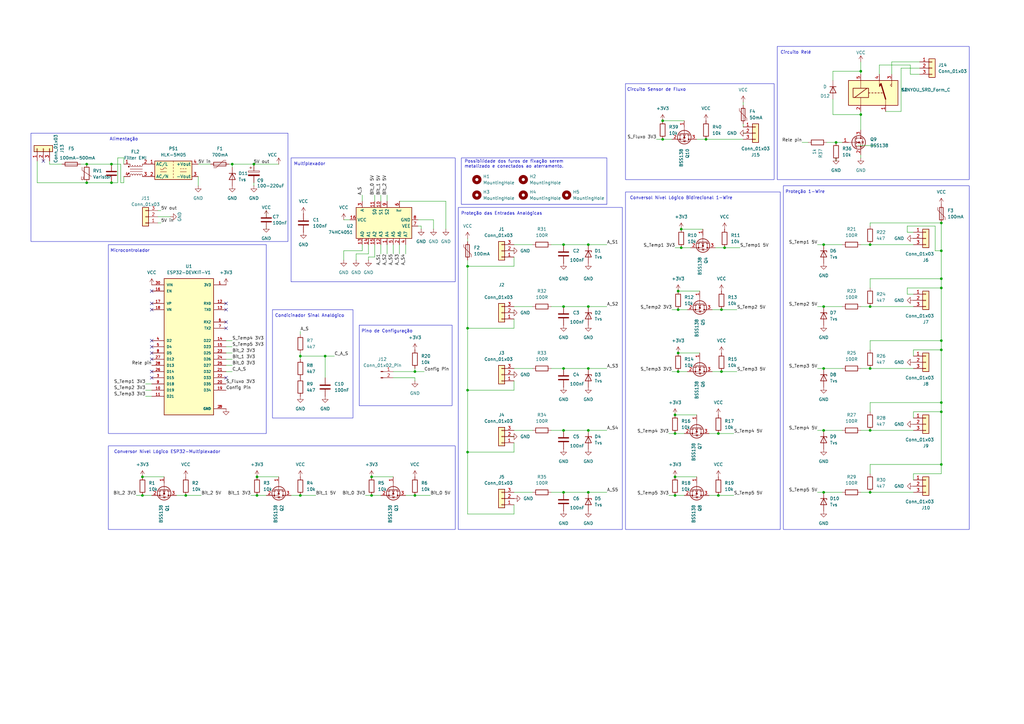
<source format=kicad_sch>
(kicad_sch (version 20231120) (generator "eeschema") (generator_version "8.0")
  (paper "A3")
  (title_block (title "Viveiro") (company "IFMT Campus Octayde"))
  (junction (at 386.08 118.11))
  (junction (at 294.64 203.2))
  (junction (at 231.14 201.93))
  (junction (at 35.56 74.93))
  (junction (at 170.18 152.4))
  (junction (at 279.4 93.98))
  (junction (at 353.06 46.99))
  (junction (at 276.86 195.58))
  (junction (at 278.13 144.78))
  (junction (at 271.78 49.53))
  (junction (at 105.41 203.2))
  (junction (at 278.13 152.4))
  (junction (at 356.87 201.93))
  (junction (at 152.4 203.2))
  (junction (at 278.13 127))
  (junction (at 271.78 57.15))
  (junction (at 241.3 151.13))
  (junction (at 276.86 203.2))
  (junction (at 295.91 127))
  (junction (at 191.77 160.02))
  (junction (at 356.87 125.73))
  (junction (at 337.82 151.13))
  (junction (at 35.56 67.31))
  (junction (at 241.3 100.33))
  (junction (at 386.08 114.3))
  (junction (at 278.13 119.38))
  (junction (at 356.87 176.53))
  (junction (at 231.14 176.53))
  (junction (at 123.19 203.2))
  (junction (at 76.2 203.2))
  (junction (at 386.08 190.5))
  (junction (at 231.14 125.73))
  (junction (at 241.3 201.93))
  (junction (at 289.56 57.15))
  (junction (at 105.41 195.58))
  (junction (at 58.42 195.58))
  (junction (at 279.4 101.6))
  (junction (at 191.77 134.62))
  (junction (at 241.3 125.73))
  (junction (at 337.82 201.93))
  (junction (at 133.35 146.05))
  (junction (at 231.14 100.33))
  (junction (at 356.87 100.33))
  (junction (at 45.72 67.31))
  (junction (at 342.9 58.42))
  (junction (at 295.91 152.4))
  (junction (at 386.08 102.87))
  (junction (at 337.82 100.33))
  (junction (at 45.72 74.93))
  (junction (at 170.18 203.2))
  (junction (at 353.06 29.21))
  (junction (at 356.87 151.13))
  (junction (at 95.25 67.31))
  (junction (at 241.3 176.53))
  (junction (at 386.08 91.44))
  (junction (at 276.86 170.18))
  (junction (at 386.08 165.1))
  (junction (at 337.82 125.73))
  (junction (at 386.08 143.51))
  (junction (at 152.4 195.58))
  (junction (at 231.14 151.13))
  (junction (at 294.64 177.8))
  (junction (at 191.77 185.42))
  (junction (at 337.82 176.53))
  (junction (at 58.42 203.2))
  (junction (at 191.77 109.22))
  (junction (at 276.86 177.8))
  (junction (at 386.08 168.91))
  (junction (at 386.08 139.7))
  (junction (at 297.18 101.6))
  (junction (at 123.19 146.05))
  (junction (at 104.14 67.31))
  (no_connect (at 62.23 127))
  (no_connect (at 62.23 144.78))
  (no_connect (at 92.71 132.08))
  (no_connect (at 17.78 66.04))
  (no_connect (at 62.23 152.4))
  (no_connect (at 62.23 147.32))
  (no_connect (at 62.23 154.94))
  (no_connect (at 92.71 124.46))
  (no_connect (at 92.71 134.62))
  (no_connect (at 92.71 154.94))
  (no_connect (at 62.23 142.24))
  (no_connect (at 62.23 119.38))
  (no_connect (at 92.71 127))
  (no_connect (at 62.23 139.7))
  (no_connect (at 62.23 124.46))
  (wire (pts (xy 210.82 130.81) (xy 210.82 134.62)))
  (wire (pts (xy 356.87 194.31) (xy 356.87 190.5)))
  (wire (pts (xy 152.4 195.58) (xy 161.29 195.58)))
  (wire (pts (xy 161.29 154.94) (xy 170.18 154.94)))
  (wire (pts (xy 170.18 156.21) (xy 170.18 154.94)))
  (wire (pts (xy 365.76 30.48) (xy 365.76 25.4)))
  (wire (pts (xy 383.54 102.87) (xy 386.08 102.87)))
  (wire (pts (xy 386.08 165.1) (xy 386.08 168.91)))
  (wire (pts (xy 341.63 40.64) (xy 341.63 46.99)))
  (wire (pts (xy 356.87 139.7) (xy 386.08 139.7)))
  (wire (pts (xy 274.32 203.2) (xy 276.86 203.2)))
  (wire (pts (xy 58.42 203.2) (xy 62.23 203.2)))
  (wire (pts (xy 172.72 92.71) (xy 172.72 93.98)))
  (wire (pts (xy 386.08 91.44) (xy 386.08 102.87)))
  (wire (pts (xy 369.57 45.72) (xy 369.57 27.94)))
  (wire (pts (xy 209.55 153.67) (xy 210.82 153.67)))
  (wire (pts (xy 353.06 25.4) (xy 353.06 29.21)))
  (wire (pts (xy 241.3 100.33) (xy 248.92 100.33)))
  (wire (pts (xy 146.05 104.14) (xy 146.05 106.68)))
  (wire (pts (xy 372.11 118.11) (xy 386.08 118.11)))
  (wire (pts (xy 176.53 203.2) (xy 170.18 203.2)))
  (wire (pts (xy 290.83 203.2) (xy 294.64 203.2)))
  (wire (pts (xy 191.77 106.68) (xy 191.77 109.22)))
  (wire (pts (xy 337.82 125.73) (xy 345.44 125.73)))
  (wire (pts (xy 231.14 151.13) (xy 241.3 151.13)))
  (wire (pts (xy 356.87 125.73) (xy 374.65 125.73)))
  (wire (pts (xy 93.98 67.31) (xy 95.25 67.31)))
  (wire (pts (xy 328.93 58.42) (xy 331.47 58.42)))
  (wire (pts (xy 306.07 54.61) (xy 304.8 54.61)))
  (wire (pts (xy 72.39 203.2) (xy 76.2 203.2)))
  (wire (pts (xy 342.9 64.77) (xy 342.9 66.04)))
  (wire (pts (xy 105.41 195.58) (xy 114.3 195.58)))
  (wire (pts (xy 335.28 100.33) (xy 337.82 100.33)))
  (wire (pts (xy 231.14 201.93) (xy 241.3 201.93)))
  (wire (pts (xy 372.11 92.71) (xy 383.54 92.71)))
  (wire (pts (xy 353.06 100.33) (xy 356.87 100.33)))
  (wire (pts (xy 276.86 170.18) (xy 285.75 170.18)))
  (wire (pts (xy 152.4 203.2) (xy 156.21 203.2)))
  (wire (pts (xy 339.09 58.42) (xy 342.9 58.42)))
  (wire (pts (xy 156.21 104.14) (xy 156.21 100.33)))
  (wire (pts (xy 95.25 68.58) (xy 95.25 67.31)))
  (wire (pts (xy 45.72 74.93) (xy 48.26 74.93)))
  (wire (pts (xy 158.75 80.01) (xy 158.75 82.55)))
  (wire (pts (xy 356.87 143.51) (xy 356.87 139.7)))
  (wire (pts (xy 191.77 109.22) (xy 191.77 134.62)))
  (wire (pts (xy 158.75 104.14) (xy 158.75 100.33)))
  (wire (pts (xy 363.22 45.72) (xy 369.57 45.72)))
  (wire (pts (xy 374.65 146.05) (xy 374.65 143.51)))
  (wire (pts (xy 170.18 151.13) (xy 170.18 152.4)))
  (wire (pts (xy 335.28 201.93) (xy 337.82 201.93)))
  (wire (pts (xy 369.57 27.94) (xy 377.19 27.94)))
  (wire (pts (xy 15.24 66.04) (xy 15.24 74.93)))
  (wire (pts (xy 226.06 151.13) (xy 231.14 151.13)))
  (wire (pts (xy 226.06 176.53) (xy 231.14 176.53)))
  (wire (pts (xy 374.65 143.51) (xy 386.08 143.51)))
  (wire (pts (xy 226.06 201.93) (xy 231.14 201.93)))
  (wire (pts (xy 356.87 92.71) (xy 356.87 91.44)))
  (wire (pts (xy 279.4 93.98) (xy 288.29 93.98)))
  (wire (pts (xy 276.86 195.58) (xy 285.75 195.58)))
  (wire (pts (xy 210.82 102.87) (xy 209.55 102.87)))
  (wire (pts (xy 210.82 151.13) (xy 218.44 151.13)))
  (wire (pts (xy 149.86 203.2) (xy 152.4 203.2)))
  (wire (pts (xy 374.65 171.45) (xy 374.65 168.91)))
  (wire (pts (xy 59.69 160.02) (xy 62.23 160.02)))
  (wire (pts (xy 151.13 105.41) (xy 153.67 105.41)))
  (wire (pts (xy 231.14 125.73) (xy 241.3 125.73)))
  (wire (pts (xy 95.25 142.24) (xy 92.71 142.24)))
  (wire (pts (xy 356.87 151.13) (xy 374.65 151.13)))
  (wire (pts (xy 386.08 143.51) (xy 386.08 165.1)))
  (wire (pts (xy 148.59 102.87) (xy 140.97 102.87)))
  (wire (pts (xy 275.59 127) (xy 278.13 127)))
  (wire (pts (xy 353.06 125.73) (xy 356.87 125.73)))
  (wire (pts (xy 356.87 91.44) (xy 386.08 91.44)))
  (wire (pts (xy 274.32 177.8) (xy 276.86 177.8)))
  (wire (pts (xy 33.02 67.31) (xy 35.56 67.31)))
  (wire (pts (xy 335.28 151.13) (xy 337.82 151.13)))
  (wire (pts (xy 123.19 146.05) (xy 123.19 147.32)))
  (wire (pts (xy 210.82 185.42) (xy 191.77 185.42)))
  (wire (pts (xy 386.08 168.91) (xy 386.08 190.5)))
  (wire (pts (xy 279.4 101.6) (xy 283.21 101.6)))
  (wire (pts (xy 123.19 135.89) (xy 123.19 137.16)))
  (wire (pts (xy 374.65 168.91) (xy 386.08 168.91)))
  (wire (pts (xy 353.06 45.72) (xy 353.06 46.99)))
  (wire (pts (xy 353.06 46.99) (xy 353.06 53.34)))
  (wire (pts (xy 210.82 210.82) (xy 210.82 207.01)))
  (wire (pts (xy 294.64 177.8) (xy 300.99 177.8)))
  (wire (pts (xy 356.87 118.11) (xy 356.87 114.3)))
  (wire (pts (xy 20.32 67.31) (xy 25.4 67.31)))
  (wire (pts (xy 231.14 176.53) (xy 241.3 176.53)))
  (wire (pts (xy 151.13 105.41) (xy 151.13 106.68)))
  (wire (pts (xy 374.65 194.31) (xy 374.65 196.85)))
  (wire (pts (xy 210.82 176.53) (xy 218.44 176.53)))
  (wire (pts (xy 372.11 120.65) (xy 372.11 118.11)))
  (wire (pts (xy 172.72 92.71) (xy 171.45 92.71)))
  (wire (pts (xy 58.42 195.58) (xy 67.31 195.58)))
  (wire (pts (xy 304.8 50.8) (xy 304.8 52.07)))
  (wire (pts (xy 191.77 210.82) (xy 210.82 210.82)))
  (wire (pts (xy 356.87 165.1) (xy 386.08 165.1)))
  (wire (pts (xy 341.63 29.21) (xy 341.63 33.02)))
  (wire (pts (xy 210.82 181.61) (xy 210.82 185.42)))
  (wire (pts (xy 342.9 58.42) (xy 345.44 58.42)))
  (wire (pts (xy 373.38 26.67) (xy 360.68 26.67)))
  (wire (pts (xy 109.22 92.71) (xy 109.22 93.98)))
  (wire (pts (xy 271.78 49.53) (xy 280.67 49.53)))
  (wire (pts (xy 386.08 118.11) (xy 386.08 139.7)))
  (wire (pts (xy 153.67 105.41) (xy 153.67 100.33)))
  (wire (pts (xy 241.3 176.53) (xy 248.92 176.53)))
  (wire (pts (xy 278.13 127) (xy 281.94 127)))
  (wire (pts (xy 341.63 29.21) (xy 353.06 29.21)))
  (wire (pts (xy 95.25 139.7) (xy 92.71 139.7)))
  (wire (pts (xy 45.72 67.31) (xy 49.53 67.31)))
  (wire (pts (xy 304.8 43.18) (xy 304.8 41.91)))
  (wire (pts (xy 353.06 201.93) (xy 356.87 201.93)))
  (wire (pts (xy 50.8 64.77) (xy 50.8 67.31)))
  (wire (pts (xy 148.59 80.01) (xy 148.59 82.55)))
  (wire (pts (xy 109.22 88.9) (xy 109.22 86.36)))
  (wire (pts (xy 241.3 125.73) (xy 248.92 125.73)))
  (wire (pts (xy 269.24 57.15) (xy 271.78 57.15)))
  (wire (pts (xy 373.38 30.48) (xy 373.38 26.67)))
  (wire (pts (xy 210.82 125.73) (xy 218.44 125.73)))
  (wire (pts (xy 335.28 176.53) (xy 337.82 176.53)))
  (wire (pts (xy 140.97 102.87) (xy 140.97 106.68)))
  (wire (pts (xy 210.82 134.62) (xy 191.77 134.62)))
  (wire (pts (xy 231.14 100.33) (xy 241.3 100.33)))
  (wire (pts (xy 356.87 114.3) (xy 386.08 114.3)))
  (wire (pts (xy 372.11 95.25) (xy 372.11 92.71)))
  (wire (pts (xy 293.37 101.6) (xy 297.18 101.6)))
  (wire (pts (xy 95.25 149.86) (xy 92.71 149.86)))
  (wire (pts (xy 191.77 160.02) (xy 191.77 185.42)))
  (wire (pts (xy 278.13 152.4) (xy 281.94 152.4)))
  (wire (pts (xy 337.82 201.93) (xy 345.44 201.93)))
  (wire (pts (xy 123.19 144.78) (xy 123.19 146.05)))
  (wire (pts (xy 372.11 120.65) (xy 374.65 120.65)))
  (wire (pts (xy 341.63 46.99) (xy 353.06 46.99)))
  (wire (pts (xy 49.53 74.93) (xy 50.8 74.93)))
  (wire (pts (xy 55.88 203.2) (xy 58.42 203.2)))
  (wire (pts (xy 226.06 100.33) (xy 231.14 100.33)))
  (wire (pts (xy 374.65 194.31) (xy 386.08 194.31)))
  (wire (pts (xy 166.37 203.2) (xy 170.18 203.2)))
  (wire (pts (xy 285.75 57.15) (xy 289.56 57.15)))
  (wire (pts (xy 241.3 151.13) (xy 248.92 151.13)))
  (wire (pts (xy 295.91 127) (xy 302.26 127)))
  (wire (pts (xy 337.82 151.13) (xy 345.44 151.13)))
  (wire (pts (xy 48.26 74.93) (xy 48.26 64.77)))
  (wire (pts (xy 386.08 139.7) (xy 386.08 143.51)))
  (wire (pts (xy 151.13 104.14) (xy 146.05 104.14)))
  (wire (pts (xy 177.8 90.17) (xy 177.8 93.98)))
  (wire (pts (xy 148.59 100.33) (xy 148.59 102.87)))
  (wire (pts (xy 50.8 74.93) (xy 50.8 72.39)))
  (wire (pts (xy 278.13 119.38) (xy 287.02 119.38)))
  (wire (pts (xy 49.53 67.31) (xy 49.53 74.93)))
  (wire (pts (xy 289.56 57.15) (xy 304.8 57.15)))
  (wire (pts (xy 170.18 152.4) (xy 161.29 152.4)))
  (wire (pts (xy 210.82 105.41) (xy 210.82 109.22)))
  (wire (pts (xy 377.19 30.48) (xy 373.38 30.48)))
  (wire (pts (xy 353.06 29.21) (xy 353.06 30.48)))
  (wire (pts (xy 278.13 144.78) (xy 287.02 144.78)))
  (wire (pts (xy 81.28 72.39) (xy 81.28 76.2)))
  (wire (pts (xy 123.19 203.2) (xy 129.54 203.2)))
  (wire (pts (xy 241.3 201.93) (xy 248.92 201.93)))
  (wire (pts (xy 372.11 95.25) (xy 374.65 95.25)))
  (wire (pts (xy 156.21 80.01) (xy 156.21 82.55)))
  (wire (pts (xy 191.77 185.42) (xy 191.77 210.82)))
  (wire (pts (xy 59.69 157.48) (xy 62.23 157.48)))
  (wire (pts (xy 353.06 151.13) (xy 356.87 151.13)))
  (wire (pts (xy 353.06 176.53) (xy 356.87 176.53)))
  (wire (pts (xy 300.99 203.2) (xy 294.64 203.2)))
  (wire (pts (xy 290.83 177.8) (xy 294.64 177.8)))
  (wire (pts (xy 210.82 156.21) (xy 210.82 160.02)))
  (wire (pts (xy 95.25 144.78) (xy 92.71 144.78)))
  (wire (pts (xy 35.56 67.31) (xy 45.72 67.31)))
  (wire (pts (xy 226.06 125.73) (xy 231.14 125.73)))
  (wire (pts (xy 163.83 104.14) (xy 163.83 100.33)))
  (wire (pts (xy 104.14 67.31) (xy 114.3 67.31)))
  (wire (pts (xy 133.35 154.94) (xy 133.35 146.05)))
  (wire (pts (xy 302.26 152.4) (xy 295.91 152.4)))
  (wire (pts (xy 105.41 203.2) (xy 109.22 203.2)))
  (wire (pts (xy 20.32 66.04) (xy 20.32 67.31)))
  (wire (pts (xy 15.24 74.93) (xy 35.56 74.93)))
  (wire (pts (xy 386.08 114.3) (xy 386.08 118.11)))
  (wire (pts (xy 119.38 203.2) (xy 123.19 203.2)))
  (wire (pts (xy 171.45 90.17) (xy 177.8 90.17)))
  (wire (pts (xy 276.86 177.8) (xy 280.67 177.8)))
  (wire (pts (xy 182.88 82.55) (xy 182.88 93.98)))
  (wire (pts (xy 356.87 201.93) (xy 374.65 201.93)))
  (wire (pts (xy 66.04 86.36) (xy 64.77 86.36)))
  (wire (pts (xy 353.06 64.77) (xy 353.06 63.5)))
  (wire (pts (xy 210.82 109.22) (xy 191.77 109.22)))
  (wire (pts (xy 48.26 64.77) (xy 50.8 64.77)))
  (wire (pts (xy 81.28 67.31) (xy 86.36 67.31)))
  (wire (pts (xy 151.13 100.33) (xy 151.13 104.14)))
  (wire (pts (xy 170.18 152.4) (xy 173.99 152.4)))
  (wire (pts (xy 64.77 88.9) (xy 69.85 88.9)))
  (wire (pts (xy 209.55 179.07) (xy 210.82 179.07)))
  (wire (pts (xy 335.28 125.73) (xy 337.82 125.73)))
  (wire (pts (xy 161.29 104.14) (xy 161.29 100.33)))
  (wire (pts (xy 275.59 152.4) (xy 278.13 152.4)))
  (wire (pts (xy 356.87 100.33) (xy 374.65 100.33)))
  (wire (pts (xy 383.54 92.71) (xy 383.54 102.87)))
  (wire (pts (xy 271.78 57.15) (xy 275.59 57.15)))
  (wire (pts (xy 297.18 101.6) (xy 303.53 101.6)))
  (wire (pts (xy 365.76 25.4) (xy 377.19 25.4)))
  (wire (pts (xy 276.86 203.2) (xy 280.67 203.2)))
  (wire (pts (xy 360.68 26.67) (xy 360.68 30.48)))
  (wire (pts (xy 191.77 99.06) (xy 191.77 97.79)))
  (wire (pts (xy 359.41 59.69) (xy 351.79 59.69)))
  (wire (pts (xy 191.77 134.62) (xy 191.77 160.02)))
  (wire (pts (xy 35.56 74.93) (xy 45.72 74.93)))
  (wire (pts (xy 137.16 146.05) (xy 133.35 146.05)))
  (wire (pts (xy 133.35 146.05) (xy 123.19 146.05)))
  (wire (pts (xy 292.1 152.4) (xy 295.91 152.4)))
  (wire (pts (xy 292.1 127) (xy 295.91 127)))
  (wire (pts (xy 59.69 162.56) (xy 62.23 162.56)))
  (wire (pts (xy 210.82 201.93) (xy 218.44 201.93)))
  (wire (pts (xy 356.87 168.91) (xy 356.87 165.1)))
  (wire (pts (xy 104.14 76.2) (xy 104.14 74.93)))
  (wire (pts (xy 209.55 128.27) (xy 210.82 128.27)))
  (wire (pts (xy 95.25 147.32) (xy 92.71 147.32)))
  (wire (pts (xy 276.86 101.6) (xy 279.4 101.6)))
  (wire (pts (xy 356.87 176.53) (xy 374.65 176.53)))
  (wire (pts (xy 386.08 102.87) (xy 386.08 114.3)))
  (wire (pts (xy 337.82 100.33) (xy 345.44 100.33)))
  (wire (pts (xy 386.08 190.5) (xy 386.08 194.31)))
  (wire (pts (xy 163.83 82.55) (xy 182.88 82.55)))
  (wire (pts (xy 76.2 203.2) (xy 82.55 203.2)))
  (wire (pts (xy 140.97 90.17) (xy 143.51 90.17)))
  (wire (pts (xy 356.87 190.5) (xy 386.08 190.5)))
  (wire (pts (xy 102.87 203.2) (xy 105.41 203.2)))
  (wire (pts (xy 66.04 91.44) (xy 64.77 91.44)))
  (wire (pts (xy 210.82 160.02) (xy 191.77 160.02)))
  (wire (pts (xy 95.25 152.4) (xy 92.71 152.4)))
  (wire (pts (xy 210.82 100.33) (xy 218.44 100.33)))
  (wire (pts (xy 337.82 176.53) (xy 345.44 176.53)))
  (wire (pts (xy 166.37 104.14) (xy 166.37 100.33)))
  (wire (pts (xy 153.67 80.01) (xy 153.67 82.55)))
  (wire (pts (xy 95.25 67.31) (xy 104.14 67.31)))
  (rectangle (start 44.45 100.33) (end 109.22 177.8))
  (rectangle (start 119.38 64.77) (end 186.69 115.57))
  (rectangle (start 187.96 85.09) (end 255.27 217.17))
  (rectangle (start 256.54 78.74) (end 320.04 217.17))
  (rectangle (start 147.32 133.35) (end 185.42 166.37))
  (rectangle (start 111.76 127) (end 144.78 171.45))
  (rectangle (start 12.7 54.61) (end 118.11 99.06))
  (rectangle (start 318.77 19.05) (end 397.51 73.66))
  (rectangle (start 256.54 34.29) (end 317.5 73.66))
  (rectangle (start 189.23 64.77) (end 248.92 83.82))
  (rectangle (start 44.45 182.88) (end 186.69 217.17))
  (rectangle (start 321.31 76.2) (end 397.51 217.17))
  (text "Microcontrolador" (at 53.34 102.87 0) (effects (font (size 1.27 1.27))))
  (text "Proteção das Entradas Analógicas" (at 205.74 87.63 0) (effects (font (size 1.27 1.27))))
  (text "Multiplexador" (at 127 67.31 0) (effects (font (size 1.27 1.27))))
  (text "Proteção 1-Wire" (at 330.2 78.74 0) (effects (font (size 1.27 1.27))))
  (text "Circuito Relé" (at 326.39 21.59 0) (effects (font (size 1.27 1.27))))
  (text "Alimentação" (at 50.8 57.15 0) (effects (font (size 1.27 1.27))))
  (text "Possibilidade dos furos de fixação serem\nmetalizado e conectados ao aterramento." (at 210.82 67.31 0) (effects (font (size 1.27 1.27))))
  (text "Circuito Sensor de Fluxo" (at 269.24 36.83 0) (effects (font (size 1.27 1.27))))
  (text "Conversol Nível Lógico Bidirecional 1-Wire" (at 279.4 81.28 0) (effects (font (size 1.27 1.27))))
  (text "Conversor Nível Lógico ESP32-Multiplexador" (at 68.58 185.42 0) (effects (font (size 1.27 1.27))))
  (text "Pino de Configuração" (at 158.75 135.89 0) (effects (font (size 1.27 1.27))))
  (text "Condicinador Sinal Analógico" (at 127 129.54 0) (effects (font (size 1.27 1.27))))
  (label "S_Temp1 5V" (at 303.53 101.6 0))
  (label "Bit_2 3V3" (at 55.88 203.2 180))
  (label "A_S3" (at 163.83 104.14 270))
  (label "A_S" (at 148.59 80.01 90))
  (label "S_Temp1 3V3" (at 276.86 101.6 180))
  (label "A_S3" (at 248.92 151.13 0))
  (label "Bit_1 5V" (at 129.54 203.2 0))
  (label "S_Temp5 3V3" (at 95.25 142.24 0))
  (label "S_Temp5 3V3" (at 274.32 203.2 180))
  (label "Config Pin" (at 92.71 160.02 0))
  (label "Bit_0 5V" (at 153.67 80.01 90))
  (label "5V out" (at 110.49 67.31 180))
  (label "S_Temp3 3V3" (at 275.59 152.4 180))
  (label "C_A_S" (at 95.25 152.4 0))
  (label "A_S5" (at 248.92 201.93 0))
  (label "Rele pin" (at 62.23 149.86 180))
  (label "S_Temp2 3V3" (at 275.59 127 180))
  (label "Bit_0 5V" (at 176.53 203.2 0))
  (label "Bit_1 5V" (at 156.21 80.01 90))
  (label "S_Temp5 5V" (at 335.28 201.93 180))
  (label "S_Fluxo 3V3" (at 269.24 57.15 180))
  (label "Config Pin" (at 173.99 152.4 0))
  (label "Bit_0 3V3" (at 95.25 149.86 0))
  (label "A_S4" (at 166.37 104.14 270))
  (label "S_Temp5 5V" (at 300.99 203.2 0))
  (label "S_Temp4 3V3" (at 274.32 177.8 180))
  (label "S_Temp1 3V3" (at 59.69 157.48 180))
  (label "C_A_S" (at 137.16 146.05 0))
  (label "Bit_2 5V" (at 82.55 203.2 0))
  (label "S_Temp2 5V" (at 302.26 127 0))
  (label "A_S2" (at 158.75 104.14 270))
  (label "5V in" (at 81.28 67.31 0))
  (label "Bit_0 3V3" (at 149.86 203.2 180))
  (label "S_Temp1 5V" (at 335.28 100.33 180))
  (label "S_Temp3 3V3" (at 59.69 162.56 180))
  (label "A_S5" (at 161.29 104.14 270))
  (label "Bit_2 3V3" (at 95.25 144.78 0))
  (label "A_S" (at 123.19 135.89 0))
  (label "S_Temp4 3V3" (at 95.25 139.7 0))
  (label "Bit_1 3V3" (at 102.87 203.2 180))
  (label "A_S1" (at 248.92 100.33 0))
  (label "5V out" (at 66.04 86.36 0))
  (label "S_Temp3 5V" (at 335.28 151.13 180))
  (label "S_Temp2 5V" (at 335.28 125.73 180))
  (label "S_Fluxo 3V3" (at 92.71 157.48 0))
  (label "5V in" (at 66.04 91.44 0))
  (label "S_Temp2 3V3" (at 59.69 160.02 180))
  (label "Bit_1 3V3" (at 95.25 147.32 0))
  (label "A_S1" (at 156.21 104.14 270))
  (label "S_Temp4 5V" (at 300.99 177.8 0))
  (label "A_S2" (at 248.92 125.73 0))
  (label "S_Temp4 5V" (at 335.28 176.53 180))
  (label "Bit_2 5V" (at 158.75 80.01 90))
  (label "A_S4" (at 248.92 176.53 0))
  (label "Rele pin" (at 328.93 58.42 180))
  (label "S_Temp3 5V" (at 302.26 152.4 0))
  (symbol (lib_id "power:GND") (at 210.82 204.47 90) (unit 1)
    (property "Reference" "#PWR036" (effects (hide yes)))
    (property "Value" "GND" (at 214.63 204.4699 90) (effects (justify right)))
    (property "Description" "Power symbol creates a global label with name \"GND\" , ground" (effects (hide yes)))
  )
  (symbol (lib_id "Transistor_FET:BSS138") (at 114.3 200.66 270) (unit 1)
    (property "Reference" "Q2" (at 115.5701 207.01 0) (effects (justify left)))
    (property "Value" "BSS138" (at 113.0301 207.01 0) (effects (justify left)))
    (property "Footprint" "Package_TO_SOT_SMD:SOT-23" (effects (hide yes)))
    (property "Datasheet" "https://www.onsemi.com/pub/Collateral/BSS138-D.PDF" (effects (hide yes)))
    (property "Description" "50V Vds, 0.22A Id, N-Channel MOSFET, SOT-23" (effects (hide yes)))
  )
  (symbol (lib_id "power:GND") (at 104.14 76.2 0) (unit 1)
    (property "Reference" "#PWR058" (effects (hide yes)))
    (property "Value" "GND" (at 104.14 81.28 0))
    (property "Description" "Power symbol creates a global label with name \"GND\" , ground" (effects (hide yes)))
  )
  (symbol (lib_id "Device:R") (at 278.13 148.59 0) (unit 1)
    (property "Reference" "R14" (at 280.67 147.3199 0) (effects (justify left)))
    (property "Value" "10k" (at 280.67 149.8599 0) (effects (justify left)))
    (property "Footprint" "Resistor_SMD:R_0805_2012Metric" (effects (hide yes)))
    (property "Description" "Resistor" (effects (hide yes)))
  )
  (symbol (lib_id "Device:R") (at 289.56 53.34 0) (unit 1)
    (property "Reference" "R40" (at 292.1 52.0699 0) (effects (justify left)))
    (property "Value" "10k" (at 292.1 54.6099 0) (effects (justify left)))
    (property "Footprint" "Resistor_SMD:R_0805_2012Metric" (effects (hide yes)))
    (property "Description" "Resistor" (effects (hide yes)))
  )
  (symbol (lib_id "power:VCC") (at 294.64 195.58 0) (unit 1)
    (property "Reference" "#PWR069" (effects (hide yes)))
    (property "Value" "VCC" (at 294.64 190.5 0))
    (property "Description" "Power symbol creates a global label with name \"VCC\"" (effects (hide yes)))
  )
  (symbol (lib_id "Connector_Generic:Conn_01x03") (at 379.73 173.99 0) (unit 1)
    (property "Reference" "J9" (at 379.73 182.88 0))
    (property "Value" "Conn_01x03" (at 377.19 180.34 0))
    (property "Footprint" "Connector_Molex:Molex_KK-254_AE-6410-03A_1x03_P2.54mm_Vertical" (effects (hide yes)))
    (property "Description" "Generic connector, single row, 01x03, script generated (kicad-library-utils/schlib/autogen/connector/)" (effects (hide yes)))
  )
  (symbol (lib_id "Device:C") (at 45.72 71.12 0) (unit 1)
    (property "Reference" "C8" (effects (hide yes)))
    (property "Value" "0.1uF" (effects (hide yes)))
    (property "Footprint" "Capacitor_THT:C_Rect_L13.5mm_W5.0mm_P10.00mm_FKS3_FKP3_MKS4" (effects (hide yes)))
    (property "Description" "Unpolarized capacitor" (effects (hide yes)))
  )
  (symbol (lib_id "power:+3V3") (at 170.18 143.51 0) (unit 1)
    (property "Reference" "#PWR070" (effects (hide yes)))
    (property "Value" "+3V3" (at 170.18 138.43 0))
    (property "Description" "Power symbol creates a global label with name \"+3V3\"" (effects (hide yes)))
  )
  (symbol (lib_id "Connector_Generic:Conn_01x03") (at 379.73 123.19 0) (unit 1)
    (property "Reference" "J7" (at 379.73 132.08 0))
    (property "Value" "Conn_01x03" (at 377.19 129.54 0))
    (property "Footprint" "Connector_Molex:Molex_KK-254_AE-6410-03A_1x03_P2.54mm_Vertical" (effects (hide yes)))
    (property "Description" "Generic connector, single row, 01x03, script generated (kicad-library-utils/schlib/autogen/connector/)" (effects (hide yes)))
  )
  (symbol (lib_id "Device:D_Zener") (at 337.82 205.74 270) (unit 1)
    (property "Reference" "D10" (at 340.36 204.4699 90) (effects (justify left)))
    (property "Value" "Tvs" (at 340.36 207.0099 90) (effects (justify left)))
    (property "Footprint" "Diode_SMD:D_SMB" (effects (hide yes)))
    (property "Description" "Zener diode" (effects (hide yes)))
  )
  (symbol (lib_id "Device:R") (at 76.2 199.39 0) (unit 1)
    (property "Reference" "R2" (at 78.74 198.1199 0) (effects (justify left)))
    (property "Value" "10k" (at 78.74 200.6599 0) (effects (justify left)))
    (property "Footprint" "Resistor_SMD:R_0805_2012Metric" (effects (hide yes)))
    (property "Description" "Resistor" (effects (hide yes)))
  )
  (symbol (lib_id "power:+3V3") (at 276.86 170.18 0) (unit 1)
    (property "Reference" "#PWR066" (effects (hide yes)))
    (property "Value" "+3V3" (at 276.86 165.1 0))
    (property "Description" "Power symbol creates a global label with name \"+3V3\"" (effects (hide yes)))
  )
  (symbol (lib_id "power:+3V3") (at 278.13 144.78 0) (unit 1)
    (property "Reference" "#PWR064" (effects (hide yes)))
    (property "Value" "+3V3" (at 278.13 139.7 0))
    (property "Description" "Power symbol creates a global label with name \"+3V3\"" (effects (hide yes)))
  )
  (symbol (lib_id "Transistor_FET:BSS138") (at 287.02 149.86 270) (unit 1)
    (property "Reference" "Q6" (at 288.2901 156.21 0) (effects (justify left)))
    (property "Value" "BSS138" (at 285.7501 156.21 0) (effects (justify left)))
    (property "Footprint" "Package_TO_SOT_SMD:SOT-23" (effects (hide yes)))
    (property "Datasheet" "https://www.onsemi.com/pub/Collateral/BSS138-D.PDF" (effects (hide yes)))
    (property "Description" "50V Vds, 0.22A Id, N-Channel MOSFET, SOT-23" (effects (hide yes)))
  )
  (symbol (lib_id "Transistor_FET:BSS138") (at 67.31 200.66 270) (unit 1)
    (property "Reference" "Q1" (at 68.5801 207.01 0) (effects (justify left)))
    (property "Value" "BSS138" (at 66.0401 207.01 0) (effects (justify left)))
    (property "Footprint" "Package_TO_SOT_SMD:SOT-23" (effects (hide yes)))
    (property "Datasheet" "https://www.onsemi.com/pub/Collateral/BSS138-D.PDF" (effects (hide yes)))
    (property "Description" "50V Vds, 0.22A Id, N-Channel MOSFET, SOT-23" (effects (hide yes)))
  )
  (symbol (lib_id "Device:C") (at 124.46 91.44 0) (unit 1)
    (property "Reference" "C1" (at 128.27 90.1699 0) (effects (justify left)))
    (property "Value" "100nF" (at 128.27 92.7099 0) (effects (justify left)))
    (property "Footprint" "Capacitor_SMD:C_0805_2012Metric" (effects (hide yes)))
    (property "Description" "Unpolarized capacitor" (effects (hide yes)))
  )
  (symbol (lib_id "Device:Polyfuse") (at 304.8 46.99 0) (unit 1)
    (property "Reference" "F4" (at 307.34 45.7199 0) (effects (justify left)))
    (property "Value" "50mA" (at 307.34 48.2599 0) (effects (justify left)))
    (property "Footprint" "Fuse:Fuse_1206_3216Metric" (effects (hide yes)))
    (property "Description" "Resettable fuse, polymeric positive temperature coefficient" (effects (hide yes)))
  )
  (symbol (lib_id "power:GND") (at 241.3 184.15 0) (unit 1)
    (property "Reference" "#PWR035" (effects (hide yes)))
    (property "Value" "GND" (at 241.3 189.23 0))
    (property "Description" "Power symbol creates a global label with name \"GND\" , ground" (effects (hide yes)))
  )
  (symbol (lib_id "power:GND") (at 172.72 93.98 0) (unit 1)
    (property "Reference" "#PWR013" (effects (hide yes)))
    (property "Value" "GND" (at 172.72 99.06 0))
    (property "Description" "Power symbol creates a global label with name \"GND\" , ground" (effects (hide yes)))
  )
  (symbol (lib_id "power:GND") (at 182.88 93.98 0) (unit 1)
    (property "Reference" "#PWR017" (effects (hide yes)))
    (property "Value" "GND" (at 182.88 99.06 0))
    (property "Description" "Power symbol creates a global label with name \"GND\" , ground" (effects (hide yes)))
  )
  (symbol (lib_id "Device:R") (at 294.64 199.39 0) (unit 1)
    (property "Reference" "R19" (at 297.18 198.1199 0) (effects (justify left)))
    (property "Value" "10k" (at 297.18 200.6599 0) (effects (justify left)))
    (property "Footprint" "Resistor_SMD:R_0805_2012Metric" (effects (hide yes)))
    (property "Description" "Resistor" (effects (hide yes)))
  )
  (symbol (lib_id "power:VCC") (at 62.23 116.84 0) (unit 1)
    (property "Reference" "#PWR011" (effects (hide yes)))
    (property "Value" "VCC" (at 62.23 111.76 0))
    (property "Description" "Power symbol creates a global label with name \"VCC\"" (effects (hide yes)))
  )
  (symbol (lib_id "Device:R") (at 356.87 96.52 180) (unit 1)
    (property "Reference" "R22" (at 359.41 95.2499 0) (effects (justify right)))
    (property "Value" "4k7" (at 359.41 97.7899 0) (effects (justify right)))
    (property "Footprint" "Resistor_SMD:R_0805_2012Metric" (effects (hide yes)))
    (property "Description" "Resistor" (effects (hide yes)))
  )
  (symbol (lib_id "power:GND") (at 81.28 76.2 0) (unit 1)
    (property "Reference" "#PWR029" (effects (hide yes)))
    (property "Value" "GND" (at 81.28 81.28 0))
    (property "Description" "Power symbol creates a global label with name \"GND\" , ground" (effects (hide yes)))
  )
  (symbol (lib_id "power:VCC") (at 123.19 195.58 0) (unit 1)
    (property "Reference" "#PWR03" (effects (hide yes)))
    (property "Value" "VCC" (at 123.19 190.5 0))
    (property "Description" "Power symbol creates a global label with name \"VCC\"" (effects (hide yes)))
  )
  (symbol (lib_id "power:VCC") (at 76.2 195.58 0) (unit 1)
    (property "Reference" "#PWR01" (effects (hide yes)))
    (property "Value" "VCC" (at 76.2 190.5 0))
    (property "Description" "Power symbol creates a global label with name \"VCC\"" (effects (hide yes)))
  )
  (symbol (lib_id "Device:R") (at 349.25 176.53 270) (unit 1)
    (property "Reference" "R27" (at 349.25 170.18 90))
    (property "Value" "100R" (at 349.25 172.72 90))
    (property "Footprint" "Resistor_SMD:R_1206_3216Metric" (effects (hide yes)))
    (property "Description" "Resistor" (effects (hide yes)))
  )
  (symbol (lib_id "Device:C") (at 231.14 129.54 0) (unit 1)
    (property "Reference" "C3" (at 234.95 128.2699 0) (effects (justify left)))
    (property "Value" "100nF" (at 233.68 132.08 0) (effects (justify left)))
    (property "Footprint" "Capacitor_SMD:C_0805_2012Metric" (effects (hide yes)))
    (property "Description" "Unpolarized capacitor" (effects (hide yes)))
  )
  (symbol (lib_id "power:GND") (at 124.46 95.25 0) (unit 1)
    (property "Reference" "#PWR022" (effects (hide yes)))
    (property "Value" "GND" (at 124.46 100.33 0))
    (property "Description" "Power symbol creates a global label with name \"GND\" , ground" (effects (hide yes)))
  )
  (symbol (lib_id "Device:D_Zener") (at 241.3 205.74 270) (unit 1)
    (property "Reference" "D5" (at 243.84 204.4699 90) (effects (justify left)))
    (property "Value" "Tvs" (at 243.84 207.0099 90) (effects (justify left)))
    (property "Footprint" "Diode_SMD:D_SMB" (effects (hide yes)))
    (property "Description" "Zener diode" (effects (hide yes)))
  )
  (symbol (lib_id "Device:R") (at 279.4 97.79 0) (unit 1)
    (property "Reference" "R10" (at 281.94 96.5199 0) (effects (justify left)))
    (property "Value" "10k" (at 281.94 99.0599 0) (effects (justify left)))
    (property "Footprint" "Resistor_SMD:R_0805_2012Metric" (effects (hide yes)))
    (property "Description" "Resistor" (effects (hide yes)))
  )
  (symbol (lib_id "Mechanical:MountingHole") (at 214.63 73.66 0) (unit 1) (exclude_from_sim yes) (in_bom no)
    (property "Reference" "H2" (at 217.17 72.3899 0) (effects (justify left)))
    (property "Value" "MountingHole" (at 217.17 74.9299 0) (effects (justify left)))
    (property "Footprint" "MountingHole:MountingHole_3.2mm_M3_DIN965" (effects (hide yes)))
    (property "Description" "Mounting Hole without connection" (effects (hide yes)))
  )
  (symbol (lib_id "Device:R") (at 335.28 58.42 270) (unit 1)
    (property "Reference" "R37" (at 336.5501 60.96 0) (effects (justify left)))
    (property "Value" "1k" (at 334.0101 60.96 0) (effects (justify left)))
    (property "Footprint" "Resistor_SMD:R_0805_2012Metric" (effects (hide yes)))
    (property "Description" "Resistor" (effects (hide yes)))
  )
  (symbol (lib_id "Device:D_Zener") (at 337.82 154.94 270) (unit 1)
    (property "Reference" "D8" (at 340.36 153.6699 90) (effects (justify left)))
    (property "Value" "Tvs" (at 340.36 156.2099 90) (effects (justify left)))
    (property "Footprint" "Diode_SMD:D_SMB" (effects (hide yes)))
    (property "Description" "Zener diode" (effects (hide yes)))
  )
  (symbol (lib_id "Device:R") (at 297.18 97.79 0) (unit 1)
    (property "Reference" "R11" (at 299.72 96.5199 0) (effects (justify left)))
    (property "Value" "10k" (at 299.72 99.0599 0) (effects (justify left)))
    (property "Footprint" "Resistor_SMD:R_0805_2012Metric" (effects (hide yes)))
    (property "Description" "Resistor" (effects (hide yes)))
  )
  (symbol (lib_id "Mechanical:MountingHole") (at 195.58 73.66 0) (unit 1) (exclude_from_sim yes) (in_bom no)
    (property "Reference" "H1" (at 198.12 72.3899 0) (effects (justify left)))
    (property "Value" "MountingHole" (at 198.12 74.9299 0) (effects (justify left)))
    (property "Footprint" "MountingHole:MountingHole_3.2mm_M3_DIN965" (effects (hide yes)))
    (property "Description" "Mounting Hole without connection" (effects (hide yes)))
  )
  (symbol (lib_id "Device:Polyfuse") (at 386.08 87.63 0) (unit 1)
    (property "Reference" "F3" (at 388.62 86.3599 0) (effects (justify left)))
    (property "Value" "100mA" (at 388.62 88.8999 0) (effects (justify left)))
    (property "Footprint" "Fuse:Fuse_1206_3216Metric" (effects (hide yes)))
    (property "Description" "Resettable fuse, polymeric positive temperature coefficient" (effects (hide yes)))
  )
  (symbol (lib_id "Connector_Generic:Conn_01x03") (at 309.88 54.61 0) (unit 1)
    (property "Reference" "J15" (at 309.88 63.5 0))
    (property "Value" "Conn_01x03" (at 309.88 60.96 0))
    (property "Footprint" "Connector_Molex:Molex_KK-254_AE-6410-03A_1x03_P2.54mm_Vertical" (effects (hide yes)))
    (property "Description" "Generic connector, single row, 01x03, script generated (kicad-library-utils/schlib/autogen/connector/)" (effects (hide yes)))
  )
  (symbol (lib_id "Connector_Generic:Conn_01x03") (at 59.69 88.9 180) (unit 1)
    (property "Reference" "J11" (at 59.69 81.28 0))
    (property "Value" "Conn_01x03" (at 59.69 83.82 0))
    (property "Footprint" "Connector_Phoenix_MSTB:PhoenixContact_MSTBA_2,5_3-G-5,08_1x03_P5.08mm_Horizontal" (effects (hide yes)))
    (property "Description" "Generic connector, single row, 01x03, script generated (kicad-library-utils/schlib/autogen/connector/)" (effects (hide yes)))
  )
  (symbol (lib_id "Device:R") (at 271.78 53.34 0) (unit 1)
    (property "Reference" "R39" (at 274.32 52.0699 0) (effects (justify left)))
    (property "Value" "10k" (at 274.32 54.6099 0) (effects (justify left)))
    (property "Footprint" "Resistor_SMD:R_0805_2012Metric" (effects (hide yes)))
    (property "Description" "Resistor" (effects (hide yes)))
  )
  (symbol (lib_id "Device:R") (at 105.41 199.39 0) (unit 1)
    (property "Reference" "R3" (at 107.95 198.1199 0) (effects (justify left)))
    (property "Value" "10k" (at 107.95 200.6599 0) (effects (justify left)))
    (property "Footprint" "Resistor_SMD:R_0805_2012Metric" (effects (hide yes)))
    (property "Description" "Resistor" (effects (hide yes)))
  )
  (symbol (lib_id "power:VCC") (at 304.8 41.91 0) (unit 1)
    (property "Reference" "#PWR050" (effects (hide yes)))
    (property "Value" "VCC" (at 304.8 36.83 0))
    (property "Description" "Power symbol creates a global label with name \"VCC\"" (effects (hide yes)))
  )
  (symbol (lib_id "power:VCC") (at 295.91 144.78 0) (unit 1)
    (property "Reference" "#PWR065" (effects (hide yes)))
    (property "Value" "VCC" (at 295.91 139.7 0))
    (property "Description" "Power symbol creates a global label with name \"VCC\"" (effects (hide yes)))
  )
  (symbol (lib_id "power:GND") (at 92.71 167.64 0) (unit 1)
    (property "Reference" "#PWR010" (effects (hide yes)))
    (property "Value" "GND" (effects (hide yes)))
    (property "Description" "Power symbol creates a global label with name \"GND\" , ground" (effects (hide yes)))
  )
  (symbol (lib_id "Connector_Generic:Conn_01x03") (at 205.74 153.67 180) (unit 1)
    (property "Reference" "J3" (at 205.74 144.78 0))
    (property "Value" "Conn_01x03" (at 204.47 147.32 0))
    (property "Footprint" "Connector_Molex:Molex_KK-254_AE-6410-03A_1x03_P2.54mm_Vertical" (effects (hide yes)))
    (property "Description" "Generic connector, single row, 01x03, script generated (kicad-library-utils/schlib/autogen/connector/)" (effects (hide yes)))
  )
  (symbol (lib_id "Device:D_Zener") (at 337.82 104.14 270) (unit 1)
    (property "Reference" "D6" (at 340.36 102.8699 90) (effects (justify left)))
    (property "Value" "Tvs" (at 340.36 105.4099 90) (effects (justify left)))
    (property "Footprint" "Diode_SMD:D_SMB" (effects (hide yes)))
    (property "Description" "Zener diode" (effects (hide yes)))
  )
  (symbol (lib_id "Device:R") (at 295.91 123.19 0) (unit 1)
    (property "Reference" "R13" (at 298.45 121.9199 0) (effects (justify left)))
    (property "Value" "10k" (at 298.45 124.4599 0) (effects (justify left)))
    (property "Footprint" "Resistor_SMD:R_0805_2012Metric" (effects (hide yes)))
    (property "Description" "Resistor" (effects (hide yes)))
  )
  (symbol (lib_id "Device:D_Zener") (at 241.3 154.94 270) (unit 1)
    (property "Reference" "D3" (at 243.84 153.6699 90) (effects (justify left)))
    (property "Value" "Tvs" (at 243.84 156.2099 90) (effects (justify left)))
    (property "Footprint" "Diode_SMD:D_SMB" (effects (hide yes)))
    (property "Description" "Zener diode" (effects (hide yes)))
  )
  (symbol (lib_id "power:VCC") (at 294.64 170.18 0) (unit 1)
    (property "Reference" "#PWR067" (effects (hide yes)))
    (property "Value" "VCC" (at 294.64 165.1 0))
    (property "Description" "Power symbol creates a global label with name \"VCC\"" (effects (hide yes)))
  )
  (symbol (lib_id "power:GND") (at 231.14 107.95 0) (unit 1)
    (property "Reference" "#PWR023" (effects (hide yes)))
    (property "Value" "GND" (at 231.14 114.3 0))
    (property "Description" "Power symbol creates a global label with name \"GND\" , ground" (effects (hide yes)))
  )
  (symbol (lib_id "Device:D_Zener") (at 241.3 104.14 270) (unit 1)
    (property "Reference" "D1" (at 243.84 102.8699 90) (effects (justify left)))
    (property "Value" "Tvs" (at 243.84 105.4099 90) (effects (justify left)))
    (property "Footprint" "Diode_SMD:D_SMB" (effects (hide yes)))
    (property "Description" "Zener diode" (effects (hide yes)))
  )
  (symbol (lib_id "power:GND") (at 374.65 173.99 270) (unit 1)
    (property "Reference" "#PWR055" (effects (hide yes)))
    (property "Value" "GND" (at 370.84 173.9901 90) (effects (justify right)))
    (property "Description" "Power symbol creates a global label with name \"GND\" , ground" (effects (hide yes)))
  )
  (symbol (lib_id "Device:R") (at 349.25 151.13 270) (unit 1)
    (property "Reference" "R25" (at 349.25 144.78 90))
    (property "Value" "100R" (at 349.25 147.32 90))
    (property "Footprint" "Resistor_SMD:R_1206_3216Metric" (effects (hide yes)))
    (property "Description" "Resistor" (effects (hide yes)))
  )
  (symbol (lib_id "Device:C") (at 231.14 205.74 0) (unit 1)
    (property "Reference" "C6" (at 234.95 204.4699 0) (effects (justify left)))
    (property "Value" "100nF" (at 233.68 208.28 0) (effects (justify left)))
    (property "Footprint" "Capacitor_SMD:C_0805_2012Metric" (effects (hide yes)))
    (property "Description" "Unpolarized capacitor" (effects (hide yes)))
  )
  (symbol (lib_id "power:GND") (at 241.3 158.75 0) (unit 1)
    (property "Reference" "#PWR031" (effects (hide yes)))
    (property "Value" "GND" (at 241.3 163.83 0))
    (property "Description" "Power symbol creates a global label with name \"GND\" , ground" (effects (hide yes)))
  )
  (symbol (lib_id "Connector_Generic:Conn_01x03") (at 205.74 102.87 180) (unit 1)
    (property "Reference" "J1" (at 205.74 93.98 0))
    (property "Value" "Conn_01x03" (at 204.47 96.52 0))
    (property "Footprint" "Connector_Molex:Molex_KK-254_AE-6410-03A_1x03_P2.54mm_Vertical" (effects (hide yes)))
    (property "Description" "Generic connector, single row, 01x03, script generated (kicad-library-utils/schlib/autogen/connector/)" (effects (hide yes)))
  )
  (symbol (lib_id "Relay:SANYOU_SRD_Form_C") (at 358.14 38.1 0) (unit 1)
    (property "Reference" "K2" (at 369.57 36.8299 0) (effects (justify left)))
    (property "Value" "SANYOU_SRD_Form_C" (at 369.57 36.8299 0) (effects (justify left)))
    (property "Footprint" "Relay_THT:Relay_SPDT_SANYOU_SRD_Series_Form_C" (effects (hide yes)))
    (property "Datasheet" "http://www.sanyourelay.ca/public/products/pdf/SRD.pdf" (effects (hide yes)))
    (property "Description" "Sanyo SRD relay, Single Pole Miniature Power Relay," (effects (hide yes)))
  )
  (symbol (lib_id "Device:R") (at 349.25 125.73 270) (unit 1)
    (property "Reference" "R23" (at 349.25 119.38 90))
    (property "Value" "100R" (at 349.25 121.92 90))
    (property "Footprint" "Resistor_SMD:R_1206_3216Metric" (effects (hide yes)))
    (property "Description" "Resistor" (effects (hide yes)))
  )
  (symbol (lib_id "power:+3V3") (at 92.71 116.84 0) (unit 1)
    (property "Reference" "#PWR012" (effects (hide yes)))
    (property "Value" "+3V3" (at 92.71 111.76 0))
    (property "Description" "Power symbol creates a global label with name \"+3V3\"" (effects (hide yes)))
  )
  (symbol (lib_id "power:VCC") (at 170.18 195.58 0) (unit 1)
    (property "Reference" "#PWR06" (effects (hide yes)))
    (property "Value" "VCC" (at 170.18 190.5 0))
    (property "Description" "Power symbol creates a global label with name \"VCC\"" (effects (hide yes)))
  )
  (symbol (lib_id "Device:D_Zener") (at 337.82 180.34 270) (unit 1)
    (property "Reference" "D9" (at 340.36 179.0699 90) (effects (justify left)))
    (property "Value" "Tvs" (at 340.36 181.6099 90) (effects (justify left)))
    (property "Footprint" "Diode_SMD:D_SMB" (effects (hide yes)))
    (property "Description" "Zener diode" (effects (hide yes)))
  )
  (symbol (lib_id "power:GND") (at 109.22 92.71 0) (unit 1)
    (property "Reference" "#PWR053" (effects (hide yes)))
    (property "Value" "GND" (at 109.22 97.79 0))
    (property "Description" "Power symbol creates a global label with name \"GND\" , ground" (effects (hide yes)))
  )
  (symbol (lib_id "power:VCC") (at 295.91 119.38 0) (unit 1)
    (property "Reference" "#PWR063" (effects (hide yes)))
    (property "Value" "VCC" (at 295.91 114.3 0))
    (property "Description" "Power symbol creates a global label with name \"VCC\"" (effects (hide yes)))
  )
  (symbol (lib_id "Device:R") (at 123.19 199.39 0) (unit 1)
    (property "Reference" "R4" (at 125.73 198.1199 0) (effects (justify left)))
    (property "Value" "10k" (at 125.73 200.6599 0) (effects (justify left)))
    (property "Footprint" "Resistor_SMD:R_0805_2012Metric" (effects (hide yes)))
    (property "Description" "Resistor" (effects (hide yes)))
  )
  (symbol (lib_id "power:VCC") (at 140.97 90.17 0) (unit 1)
    (property "Reference" "#PWR015" (effects (hide yes)))
    (property "Value" "VCC" (at 140.97 85.09 0))
    (property "Description" "Power symbol creates a global label with name \"VCC\"" (effects (hide yes)))
  )
  (symbol (lib_id "Mechanical:MountingHole") (at 214.63 80.01 0) (unit 1) (exclude_from_sim yes) (in_bom no)
    (property "Reference" "H4" (at 217.17 78.7399 0) (effects (justify left)))
    (property "Value" "MountingHole" (at 217.17 81.2799 0) (effects (justify left)))
    (property "Footprint" "MountingHole:MountingHole_3.2mm_M3_DIN965" (effects (hide yes)))
    (property "Description" "Mounting Hole without connection" (effects (hide yes)))
  )
  (symbol (lib_id "Device:R") (at 123.19 151.13 0) (unit 1)
    (property "Reference" "R8" (at 125.73 149.8599 0) (effects (justify left)))
    (property "Value" "4k7" (at 125.73 152.3999 0) (effects (justify left)))
    (property "Footprint" "Resistor_SMD:R_0805_2012Metric" (effects (hide yes)))
    (property "Description" "Resistor" (effects (hide yes)))
  )
  (symbol (lib_id "power:GND") (at 337.82 158.75 0) (unit 1)
    (property "Reference" "#PWR048" (effects (hide yes)))
    (property "Value" "GND" (at 337.82 163.83 0))
    (property "Description" "Power symbol creates a global label with name \"GND\" , ground" (effects (hide yes)))
  )
  (symbol (lib_id "Device:R") (at 222.25 100.33 270) (unit 1)
    (property "Reference" "R31" (at 222.25 93.98 90))
    (property "Value" "100R" (at 222.25 96.52 90))
    (property "Footprint" "Resistor_SMD:R_1206_3216Metric" (effects (hide yes)))
    (property "Description" "Resistor" (effects (hide yes)))
  )
  (symbol (lib_id "power:GND") (at 337.82 209.55 0) (unit 1)
    (property "Reference" "#PWR056" (effects (hide yes)))
    (property "Value" "GND" (at 337.82 214.63 0))
    (property "Description" "Power symbol creates a global label with name \"GND\" , ground" (effects (hide yes)))
  )
  (symbol (lib_id "Device:R") (at 152.4 199.39 0) (unit 1)
    (property "Reference" "R5" (at 154.94 198.1199 0) (effects (justify left)))
    (property "Value" "10k" (at 154.94 200.6599 0) (effects (justify left)))
    (property "Footprint" "Resistor_SMD:R_0805_2012Metric" (effects (hide yes)))
    (property "Description" "Resistor" (effects (hide yes)))
  )
  (symbol (lib_id "Device:R") (at 342.9 62.23 0) (unit 1)
    (property "Reference" "R36" (at 345.44 60.9599 0) (effects (justify left)))
    (property "Value" "10k" (at 345.44 63.4999 0) (effects (justify left)))
    (property "Footprint" "Resistor_SMD:R_0805_2012Metric" (effects (hide yes)))
    (property "Description" "Resistor" (effects (hide yes)))
  )
  (symbol (lib_id "Connector:Conn_01x02_Pin") (at 156.21 152.4 0) (unit 1)
    (property "Reference" "J12" (at 156.845 147.32 0))
    (property "Value" "Conn_01x02_Pin" (at 156.845 149.86 0))
    (property "Footprint" "Connector_PinHeader_2.54mm:PinHeader_1x02_P2.54mm_Vertical" (effects (hide yes)))
    (property "Description" "Generic connector, single row, 01x02, script generated" (effects (hide yes)))
  )
  (symbol (lib_id "Device:R") (at 294.64 173.99 0) (unit 1)
    (property "Reference" "R17" (at 297.18 172.7199 0) (effects (justify left)))
    (property "Value" "10k" (at 297.18 175.2599 0) (effects (justify left)))
    (property "Footprint" "Resistor_SMD:R_0805_2012Metric" (effects (hide yes)))
    (property "Description" "Resistor" (effects (hide yes)))
  )
  (symbol (lib_id "Device:R") (at 222.25 125.73 270) (unit 1)
    (property "Reference" "R32" (at 222.25 119.38 90))
    (property "Value" "100R" (at 222.25 121.92 90))
    (property "Footprint" "Resistor_SMD:R_1206_3216Metric" (effects (hide yes)))
    (property "Description" "Resistor" (effects (hide yes)))
  )
  (symbol (lib_id "power:GND") (at 337.82 184.15 0) (unit 1)
    (property "Reference" "#PWR052" (effects (hide yes)))
    (property "Value" "GND" (at 337.82 189.23 0))
    (property "Description" "Power symbol creates a global label with name \"GND\" , ground" (effects (hide yes)))
  )
  (symbol (lib_id "Transistor_FET:BSS138") (at 350.52 58.42 0) (unit 1)
    (property "Reference" "Q9" (at 356.87 57.1499 0) (effects (justify left)))
    (property "Value" "BSS138" (at 356.87 59.6899 0) (effects (justify left)))
    (property "Footprint" "Package_TO_SOT_SMD:SOT-23" (effects (hide yes)))
    (property "Datasheet" "https://www.onsemi.com/pub/Collateral/BSS138-D.PDF" (effects (hide yes)))
    (property "Description" "50V Vds, 0.22A Id, N-Channel MOSFET, SOT-23" (effects (hide yes)))
  )
  (symbol (lib_id "power:GND") (at 231.14 133.35 0) (unit 1)
    (property "Reference" "#PWR026" (effects (hide yes)))
    (property "Value" "GND" (at 231.14 138.43 0))
    (property "Description" "Power symbol creates a global label with name \"GND\" , ground" (effects (hide yes)))
  )
  (symbol (lib_id "power:GND") (at 209.55 153.67 90) (unit 1)
    (property "Reference" "#PWR028" (effects (hide yes)))
    (property "Value" "GND" (at 213.36 153.6699 90) (effects (justify right)))
    (property "Description" "Power symbol creates a global label with name \"GND\" , ground" (effects (hide yes)))
  )
  (symbol (lib_id "power:GND") (at 353.06 64.77 0) (unit 1)
    (property "Reference" "#PWR037" (effects (hide yes)))
    (property "Value" "GND" (at 353.06 69.85 0))
    (property "Description" "Power symbol creates a global label with name \"GND\" , ground" (effects (hide yes)))
  )
  (symbol (lib_id "Device:R") (at 123.19 158.75 0) (unit 1)
    (property "Reference" "R9" (at 125.73 157.4799 0) (effects (justify left)))
    (property "Value" "4k7" (at 125.73 160.0199 0) (effects (justify left)))
    (property "Footprint" "Resistor_SMD:R_0805_2012Metric" (effects (hide yes)))
    (property "Description" "Resistor" (effects (hide yes)))
  )
  (symbol (lib_id "Device:Varistor") (at 35.56 71.12 0) (unit 1)
    (property "Reference" "RV1" (at 38.1 70.0432 0) (effects (justify left)))
    (property "Value" "Varistor" (at 38.1 72.5832 0) (effects (justify left)))
    (property "Footprint" "Varistor:RV_Disc_D12mm_W7.1mm_P7.5mm" (effects (hide yes)))
    (property "Description" "Voltage dependent resistor" (effects (hide yes)))
    (property "Sim.Name" "kicad_builtin_varistor" (effects (hide yes)))
    (property "Sim.Device" "SUBCKT" (effects (hide yes)))
    (property "Sim.Pins" "1=A 2=B" (effects (hide yes)))
    (property "Sim.Params" "threshold=1k" (effects (hide yes)))
    (property "Sim.Library" "${KICAD7_SYMBOL_DIR}/Simulation_SPICE.sp" (effects (hide yes)))
  )
  (symbol (lib_id "Connector_Generic:Conn_01x03") (at 382.27 27.94 0) (unit 1)
    (property "Reference" "J14" (at 384.81 26.6699 0) (effects (justify left)))
    (property "Value" "Conn_01x03" (at 384.81 29.2099 0) (effects (justify left)))
    (property "Footprint" "Connector_Phoenix_MSTB:PhoenixContact_MSTBA_2,5_3-G-5,08_1x03_P5.08mm_Horizontal" (effects (hide yes)))
    (property "Description" "Generic connector, single row, 01x03, script generated (kicad-library-utils/schlib/autogen/connector/)" (effects (hide yes)))
  )
  (symbol (lib_id "Device:R") (at 222.25 176.53 270) (unit 1)
    (property "Reference" "R34" (at 222.25 170.18 90))
    (property "Value" "100R" (at 222.25 172.72 90))
    (property "Footprint" "Resistor_SMD:R_1206_3216Metric" (effects (hide yes)))
    (property "Description" "Resistor" (effects (hide yes)))
  )
  (symbol (lib_id "Device:R") (at 295.91 148.59 0) (unit 1)
    (property "Reference" "R15" (at 298.45 147.3199 0) (effects (justify left)))
    (property "Value" "10k" (at 298.45 149.8599 0) (effects (justify left)))
    (property "Footprint" "Resistor_SMD:R_0805_2012Metric" (effects (hide yes)))
    (property "Description" "Resistor" (effects (hide yes)))
  )
  (symbol (lib_id "power:GND") (at 69.85 88.9 90) (unit 1)
    (property "Reference" "#PWR046" (effects (hide yes)))
    (property "Value" "GND" (at 73.66 88.9 0))
    (property "Description" "Power symbol creates a global label with name \"GND\" , ground" (effects (hide yes)))
  )
  (symbol (lib_id "Device:Fuse") (at 29.21 67.31 90) (unit 1)
    (property "Reference" "F5" (at 29.21 60.96 90))
    (property "Value" "100mA-500mA" (at 31.75 64.77 90))
    (property "Footprint" "Fuse:Fuseholder_Cylinder-5x20mm_Schurter_0031_8201_Horizontal_Open" (effects (hide yes)))
    (property "Description" "Fuse" (effects (hide yes)))
  )
  (symbol (lib_id "Transistor_FET:BSS138") (at 285.75 175.26 270) (unit 1)
    (property "Reference" "Q7" (at 287.0201 181.61 0) (effects (justify left)))
    (property "Value" "BSS138" (at 284.4801 181.61 0) (effects (justify left)))
    (property "Footprint" "Package_TO_SOT_SMD:SOT-23" (effects (hide yes)))
    (property "Datasheet" "https://www.onsemi.com/pub/Collateral/BSS138-D.PDF" (effects (hide yes)))
    (property "Description" "50V Vds, 0.22A Id, N-Channel MOSFET, SOT-23" (effects (hide yes)))
  )
  (symbol (lib_id "Device:R") (at 356.87 172.72 180) (unit 1)
    (property "Reference" "R28" (at 359.41 171.4499 0) (effects (justify right)))
    (property "Value" "4k7" (at 359.41 173.9899 0) (effects (justify right)))
    (property "Footprint" "Resistor_SMD:R_0805_2012Metric" (effects (hide yes)))
    (property "Description" "Resistor" (effects (hide yes)))
  )
  (symbol (lib_id "power:GND") (at 337.82 107.95 0) (unit 1)
    (property "Reference" "#PWR040" (effects (hide yes)))
    (property "Value" "GND" (at 337.82 113.03 0))
    (property "Description" "Power symbol creates a global label with name \"GND\" , ground" (effects (hide yes)))
  )
  (symbol (lib_id "Device:Polyfuse") (at 90.17 67.31 90) (unit 1)
    (property "Reference" "F1" (at 90.17 60.96 90))
    (property "Value" "700mA" (at 90.17 63.5 90))
    (property "Footprint" "Fuse:Fuse_1206_3216Metric" (effects (hide yes)))
    (property "Description" "Resettable fuse, polymeric positive temperature coefficient" (effects (hide yes)))
  )
  (symbol (lib_id "power:GND") (at 133.35 162.56 0) (unit 1)
    (property "Reference" "#PWR033" (effects (hide yes)))
    (property "Value" "GND" (at 133.35 167.64 0))
    (property "Description" "Power symbol creates a global label with name \"GND\" , ground" (effects (hide yes)))
  )
  (symbol (lib_id "power:+3V3") (at 276.86 195.58 0) (unit 1)
    (property "Reference" "#PWR068" (effects (hide yes)))
    (property "Value" "+3V3" (at 276.86 190.5 0))
    (property "Description" "Power symbol creates a global label with name \"+3V3\"" (effects (hide yes)))
  )
  (symbol (lib_id "Device:D") (at 341.63 36.83 270) (unit 1)
    (property "Reference" "D12" (at 340.36 39.37 90) (effects (justify right)))
    (property "Value" "D" (at 339.09 35.5601 90) (effects (justify right)))
    (property "Footprint" "Diode_SMD:D_SMA" (effects (hide yes)))
    (property "Description" "Diode" (effects (hide yes)))
    (property "Sim.Device" "D" (effects (hide yes)))
    (property "Sim.Pins" "1=K 2=A" (effects (hide yes)))
  )
  (symbol (lib_id "Device:Polyfuse") (at 191.77 102.87 0) (unit 1)
    (property "Reference" "F2" (at 194.31 101.5999 0) (effects (justify left)))
    (property "Value" "100mA" (at 194.31 104.1399 0) (effects (justify left)))
    (property "Footprint" "Fuse:Fuse_1206_3216Metric" (effects (hide yes)))
    (property "Description" "Resettable fuse, polymeric positive temperature coefficient" (effects (hide yes)))
  )
  (symbol (lib_id "Transistor_FET:BSS138") (at 285.75 200.66 270) (unit 1)
    (property "Reference" "Q8" (at 287.0201 207.01 0) (effects (justify left)))
    (property "Value" "BSS138" (at 284.4801 207.01 0) (effects (justify left)))
    (property "Footprint" "Package_TO_SOT_SMD:SOT-23" (effects (hide yes)))
    (property "Datasheet" "https://www.onsemi.com/pub/Collateral/BSS138-D.PDF" (effects (hide yes)))
    (property "Description" "50V Vds, 0.22A Id, N-Channel MOSFET, SOT-23" (effects (hide yes)))
  )
  (symbol (lib_id "Device:R") (at 349.25 100.33 270) (unit 1)
    (property "Reference" "R21" (at 349.25 93.98 90))
    (property "Value" "100R" (at 349.25 96.52 90))
    (property "Footprint" "Resistor_SMD:R_1206_3216Metric" (effects (hide yes)))
    (property "Description" "Resistor" (effects (hide yes)))
  )
  (symbol (lib_id "Device:C") (at 133.35 158.75 0) (unit 1)
    (property "Reference" "C10" (at 137.16 157.4799 0) (effects (justify left)))
    (property "Value" "100nF" (at 137.16 160.0199 0) (effects (justify left)))
    (property "Footprint" "Capacitor_SMD:C_0805_2012Metric" (effects (hide yes)))
    (property "Description" "Unpolarized capacitor" (effects (hide yes)))
  )
  (symbol (lib_id "power:GND") (at 241.3 133.35 0) (unit 1)
    (property "Reference" "#PWR027" (effects (hide yes)))
    (property "Value" "GND" (at 241.3 138.43 0))
    (property "Description" "Power symbol creates a global label with name \"GND\" , ground" (effects (hide yes)))
  )
  (symbol (lib_id "power:GND") (at 337.82 133.35 0) (unit 1)
    (property "Reference" "#PWR044" (effects (hide yes)))
    (property "Value" "GND" (at 337.82 138.43 0))
    (property "Description" "Power symbol creates a global label with name \"GND\" , ground" (effects (hide yes)))
  )
  (symbol (lib_id "Device:R") (at 356.87 121.92 180) (unit 1)
    (property "Reference" "R24" (at 359.41 120.6499 0) (effects (justify right)))
    (property "Value" "4k7" (at 359.41 123.1899 0) (effects (justify right)))
    (property "Footprint" "Resistor_SMD:R_0805_2012Metric" (effects (hide yes)))
    (property "Description" "Resistor" (effects (hide yes)))
  )
  (symbol (lib_id "Device:D_Zener") (at 241.3 180.34 270) (unit 1)
    (property "Reference" "D4" (at 243.84 179.0699 90) (effects (justify left)))
    (property "Value" "Tvs" (at 243.84 181.6099 90) (effects (justify left)))
    (property "Footprint" "Diode_SMD:D_SMB" (effects (hide yes)))
    (property "Description" "Zener diode" (effects (hide yes)))
  )
  (symbol (lib_id "power:VCC") (at 124.46 87.63 0) (unit 1)
    (property "Reference" "#PWR020" (effects (hide yes)))
    (property "Value" "VCC" (at 124.46 82.55 0))
    (property "Description" "Power symbol creates a global label with name \"VCC\"" (effects (hide yes)))
  )
  (symbol (lib_id "power:GND") (at 146.05 106.68 0) (unit 1)
    (property "Reference" "#PWR08" (effects (hide yes)))
    (property "Value" "GND" (at 146.05 111.76 0))
    (property "Description" "Power symbol creates a global label with name \"GND\" , ground" (effects (hide yes)))
  )
  (symbol (lib_id "Device:R") (at 170.18 147.32 0) (unit 1)
    (property "Reference" "R20" (at 172.72 146.0499 0) (effects (justify left)))
    (property "Value" "10k" (at 172.72 148.5899 0) (effects (justify left)))
    (property "Footprint" "Resistor_SMD:R_0805_2012Metric" (effects (hide yes)))
    (property "Description" "Resistor" (effects (hide yes)))
  )
  (symbol (lib_id "Filter:Choke_Coilcraft_0603USB-951") (at 55.88 69.85 0) (unit 1)
    (property "Reference" "FL2" (at 55.499 62.23 0))
    (property "Value" "Filter EMI" (at 55.499 64.77 0))
    (property "Footprint" "uu9.8:uu9.8" (effects (hide yes)))
    (property "Datasheet" "https://www.coilcraft.com/pdfs/0603usb.pdf" (effects (hide yes)))
    (property "Description" "Common mode choke, 500mA, 250VAC, 63nH, 142mohm, 2.8Ghz, " (effects (hide yes)))
  )
  (symbol (lib_id "power:VCC") (at 353.06 25.4 0) (unit 1)
    (property "Reference" "#PWR042" (effects (hide yes)))
    (property "Value" "VCC" (at 353.06 21.59 0))
    (property "Description" "Power symbol creates a global label with name \"VCC\"" (effects (hide yes)))
  )
  (symbol (lib_id "Device:R") (at 356.87 198.12 180) (unit 1)
    (property "Reference" "R30" (at 359.41 196.8499 0) (effects (justify right)))
    (property "Value" "4k7" (at 359.41 199.3899 0) (effects (justify right)))
    (property "Footprint" "Resistor_SMD:R_0805_2012Metric" (effects (hide yes)))
    (property "Description" "Resistor" (effects (hide yes)))
  )
  (symbol (lib_id "Connector_Generic:Conn_01x03") (at 379.73 148.59 0) (unit 1)
    (property "Reference" "J8" (at 379.73 157.48 0))
    (property "Value" "Conn_01x03" (at 377.19 154.94 0))
    (property "Footprint" "Connector_Molex:Molex_KK-254_AE-6410-03A_1x03_P2.54mm_Vertical" (effects (hide yes)))
    (property "Description" "Generic connector, single row, 01x03, script generated (kicad-library-utils/schlib/autogen/connector/)" (effects (hide yes)))
  )
  (symbol (lib_id "power:GND") (at 342.9 64.77 0) (unit 1)
    (property "Reference" "#PWR041" (effects (hide yes)))
    (property "Value" "GND" (at 342.9 69.85 0))
    (property "Description" "Power symbol creates a global label with name \"GND\" , ground" (effects (hide yes)))
  )
  (symbol (lib_id "power:+3V3") (at 271.78 49.53 0) (unit 1)
    (property "Reference" "#PWR072" (effects (hide yes)))
    (property "Value" "+3V3" (at 271.78 44.45 0))
    (property "Description" "Power symbol creates a global label with name \"+3V3\"" (effects (hide yes)))
  )
  (symbol (lib_id "power:+3V3") (at 279.4 93.98 0) (unit 1)
    (property "Reference" "#PWR060" (effects (hide yes)))
    (property "Value" "+3V3" (at 279.4 88.9 0))
    (property "Description" "Power symbol creates a global label with name \"+3V3\"" (effects (hide yes)))
  )
  (symbol (lib_id "Connector_Generic:Conn_01x03") (at 17.78 60.96 90) (unit 1)
    (property "Reference" "J13" (at 25.4 60.96 0))
    (property "Value" "Conn_01x03" (at 22.86 60.96 0))
    (property "Footprint" "Connector_Phoenix_MSTB:PhoenixContact_MSTBA_2,5_3-G-5,08_1x03_P5.08mm_Horizontal" (effects (hide yes)))
    (property "Description" "Generic connector, single row, 01x03, script generated (kicad-library-utils/schlib/autogen/connector/)" (effects (hide yes)))
  )
  (symbol (lib_id "Mechanical:MountingHole") (at 232.41 80.01 0) (unit 1) (exclude_from_sim yes) (in_bom no)
    (property "Reference" "H5" (at 234.95 78.7399 0) (effects (justify left)))
    (property "Value" "MountingHole" (at 234.95 81.2799 0) (effects (justify left)))
    (property "Footprint" "MountingHole:MountingHole_3.2mm_M3_DIN965" (effects (hide yes)))
    (property "Description" "Mounting Hole without connection" (effects (hide yes)))
  )
  (symbol (lib_id "Device:R") (at 222.25 151.13 270) (unit 1)
    (property "Reference" "R33" (at 222.25 144.78 90))
    (property "Value" "100R" (at 222.25 147.32 90))
    (property "Footprint" "Resistor_SMD:R_1206_3216Metric" (effects (hide yes)))
    (property "Description" "Resistor" (effects (hide yes)))
  )
  (symbol (lib_id "Device:C") (at 231.14 154.94 0) (unit 1)
    (property "Reference" "C4" (at 234.95 153.6699 0) (effects (justify left)))
    (property "Value" "100nF" (at 233.68 157.48 0) (effects (justify left)))
    (property "Footprint" "Capacitor_SMD:C_0805_2012Metric" (effects (hide yes)))
    (property "Description" "Unpolarized capacitor" (effects (hide yes)))
  )
  (symbol (lib_id "ESP32-DEVKIT-V1:ESP32-DEVKIT-V1") (at 77.47 142.24 0) (unit 1)
    (property "Reference" "U1" (at 77.47 109.22 0))
    (property "Value" "ESP32-DEVKIT-V1" (at 77.47 111.76 0))
    (property "Footprint" "Biblioteca Kicad:MODULE_ESP32_DEVKIT_V1" (effects (hide yes)))
    (property "MF" "Do it" (effects (hide yes)))
    (property "MAXIMUM_PACKAGE_HEIGHT" "6.8 mm" (effects (hide yes)))
    (property "Package" "None" (effects (hide yes)))
    (property "Price" "None" (effects (hide yes)))
    (property "Check_prices" "https://www.snapeda.com/parts/ESP32-DEVKIT-V1/Do+it/view-part/?ref=eda" (effects (hide yes)))
    (property "STANDARD" "Manufacturer Recommendations" (effects (hide yes)))
    (property "PARTREV" "N/A" (effects (hide yes)))
    (property "SnapEDA_Link" "https://www.snapeda.com/parts/ESP32-DEVKIT-V1/Do+it/view-part/?ref=snap" (effects (hide yes)))
    (property "MP" "ESP32-DEVKIT-V1" (effects (hide yes)))
    (property "Description_1" "\nDual core, Wi-Fi: 2.4 GHz up to 150 Mbits/s,BLE (Bluetooth Low Energy) and legacy Bluetooth, 32 bits, Up to 240 MHz\n" (effects (hide yes)))
    (property "Availability" "Not in stock" (effects (hide yes)))
    (property "MANUFACTURER" "DOIT" (effects (hide yes)))
  )
  (symbol (lib_id "power:GND") (at 231.14 158.75 0) (unit 1)
    (property "Reference" "#PWR030" (effects (hide yes)))
    (property "Value" "GND" (at 231.14 163.83 0))
    (property "Description" "Power symbol creates a global label with name \"GND\" , ground" (effects (hide yes)))
  )
  (symbol (lib_id "Device:C_Polarized") (at 104.14 71.12 0) (unit 1)
    (property "Reference" "C9" (at 105.41 74.0409 0) (effects (justify left)))
    (property "Value" "100-220uF" (at 105.41 76.2 0) (effects (justify left)))
    (property "Footprint" "Capacitor_THT:CP_Radial_D10.0mm_P3.80mm" (effects (hide yes)))
    (property "Description" "Polarized capacitor" (effects (hide yes)))
  )
  (symbol (lib_id "power:GND") (at 209.55 102.87 90) (unit 1)
    (property "Reference" "#PWR018" (effects (hide yes)))
    (property "Value" "GND" (at 213.36 102.8699 90) (effects (justify right)))
    (property "Description" "Power symbol creates a global label with name \"GND\" , ground" (effects (hide yes)))
  )
  (symbol (lib_id "Device:R") (at 276.86 173.99 0) (unit 1)
    (property "Reference" "R16" (at 279.4 172.7199 0) (effects (justify left)))
    (property "Value" "10k" (at 279.4 175.2599 0) (effects (justify left)))
    (property "Footprint" "Resistor_SMD:R_0805_2012Metric" (effects (hide yes)))
    (property "Description" "Resistor" (effects (hide yes)))
  )
  (symbol (lib_id "power:GND") (at 231.14 184.15 0) (unit 1)
    (property "Reference" "#PWR034" (effects (hide yes)))
    (property "Value" "GND" (at 231.14 189.23 0))
    (property "Description" "Power symbol creates a global label with name \"GND\" , ground" (effects (hide yes)))
  )
  (symbol (lib_id "power:VCC") (at 191.77 97.79 0) (unit 1)
    (property "Reference" "#PWR025" (effects (hide yes)))
    (property "Value" "VCC" (at 191.77 92.71 0))
    (property "Description" "Power symbol creates a global label with name \"VCC\"" (effects (hide yes)))
  )
  (symbol (lib_id "power:GND") (at 374.65 97.79 270) (unit 1)
    (property "Reference" "#PWR043" (effects (hide yes)))
    (property "Value" "GND" (at 370.84 97.7901 90) (effects (justify right)))
    (property "Description" "Power symbol creates a global label with name \"GND\" , ground" (effects (hide yes)))
  )
  (symbol (lib_id "power:GND") (at 177.8 93.98 0) (unit 1)
    (property "Reference" "#PWR014" (effects (hide yes)))
    (property "Value" "GND" (at 177.8 99.06 0))
    (property "Description" "Power symbol creates a global label with name \"GND\" , ground" (effects (hide yes)))
  )
  (symbol (lib_id "Connector_Generic:Conn_01x03") (at 379.73 97.79 0) (unit 1)
    (property "Reference" "J6" (at 379.73 106.68 0))
    (property "Value" "Conn_01x03" (at 377.19 104.14 0))
    (property "Footprint" "Connector_Molex:Molex_KK-254_AE-6410-03A_1x03_P2.54mm_Vertical" (effects (hide yes)))
    (property "Description" "Generic connector, single row, 01x03, script generated (kicad-library-utils/schlib/autogen/connector/)" (effects (hide yes)))
  )
  (symbol (lib_id "power:GND") (at 151.13 106.68 0) (unit 1)
    (property "Reference" "#PWR09" (effects (hide yes)))
    (property "Value" "GND" (at 151.13 111.76 0))
    (property "Description" "Power symbol creates a global label with name \"GND\" , ground" (effects (hide yes)))
  )
  (symbol (lib_id "Connector_Generic:Conn_01x03") (at 379.73 199.39 0) (unit 1)
    (property "Reference" "J10" (at 379.73 208.28 0))
    (property "Value" "Conn_01x03" (at 377.19 205.74 0))
    (property "Footprint" "Connector_Molex:Molex_KK-254_AE-6410-03A_1x03_P2.54mm_Vertical" (effects (hide yes)))
    (property "Description" "Generic connector, single row, 01x03, script generated (kicad-library-utils/schlib/autogen/connector/)" (effects (hide yes)))
  )
  (symbol (lib_id "power:+3V3") (at 152.4 195.58 0) (unit 1)
    (property "Reference" "#PWR05" (effects (hide yes)))
    (property "Value" "+3V3" (at 152.4 190.5 0))
    (property "Description" "Power symbol creates a global label with name \"+3V3\"" (effects (hide yes)))
  )
  (symbol (lib_id "power:GND") (at 241.3 209.55 0) (unit 1)
    (property "Reference" "#PWR039" (effects (hide yes)))
    (property "Value" "GND" (at 241.3 214.63 0))
    (property "Description" "Power symbol creates a global label with name \"GND\" , ground" (effects (hide yes)))
  )
  (symbol (lib_id "power:GND") (at 209.55 179.07 90) (unit 1)
    (property "Reference" "#PWR032" (effects (hide yes)))
    (property "Value" "GND" (at 213.36 179.0699 90) (effects (justify right)))
    (property "Description" "Power symbol creates a global label with name \"GND\" , ground" (effects (hide yes)))
  )
  (symbol (lib_id "Device:R") (at 278.13 123.19 0) (unit 1)
    (property "Reference" "R12" (at 280.67 121.9199 0) (effects (justify left)))
    (property "Value" "10k" (at 280.67 124.4599 0) (effects (justify left)))
    (property "Footprint" "Resistor_SMD:R_0805_2012Metric" (effects (hide yes)))
    (property "Description" "Resistor" (effects (hide yes)))
  )
  (symbol (lib_id "Device:R") (at 222.25 201.93 270) (unit 1)
    (property "Reference" "R35" (at 222.25 195.58 90))
    (property "Value" "100R" (at 222.25 198.12 90))
    (property "Footprint" "Resistor_SMD:R_1206_3216Metric" (effects (hide yes)))
    (property "Description" "Resistor" (effects (hide yes)))
  )
  (symbol (lib_id "Device:R") (at 276.86 199.39 0) (unit 1)
    (property "Reference" "R18" (at 279.4 198.1199 0) (effects (justify left)))
    (property "Value" "10k" (at 279.4 200.6599 0) (effects (justify left)))
    (property "Footprint" "Resistor_SMD:R_0805_2012Metric" (effects (hide yes)))
    (property "Description" "Resistor" (effects (hide yes)))
  )
  (symbol (lib_id "Mechanical:MountingHole") (at 195.58 80.01 0) (unit 1) (exclude_from_sim yes) (in_bom no)
    (property "Reference" "H3" (at 198.12 78.7399 0) (effects (justify left)))
    (property "Value" "MountingHole" (at 198.12 81.2799 0) (effects (justify left)))
    (property "Footprint" "MountingHole:MountingHole_3.2mm_M3_DIN965" (effects (hide yes)))
    (property "Description" "Mounting Hole without connection" (effects (hide yes)))
  )
  (symbol (lib_id "power:GND") (at 374.65 123.19 270) (unit 1)
    (property "Reference" "#PWR047" (effects (hide yes)))
    (property "Value" "GND" (at 370.84 123.1901 90) (effects (justify right)))
    (property "Description" "Power symbol creates a global label with name \"GND\" , ground" (effects (hide yes)))
  )
  (symbol (lib_id "power:GND") (at 140.97 106.68 0) (unit 1)
    (property "Reference" "#PWR07" (effects (hide yes)))
    (property "Value" "GND" (at 140.97 111.76 0))
    (property "Description" "Power symbol creates a global label with name \"GND\" , ground" (effects (hide yes)))
  )
  (symbol (lib_id "Transistor_FET:BSS138") (at 280.67 54.61 270) (unit 1)
    (property "Reference" "Q10" (at 281.9401 60.96 0) (effects (justify left)))
    (property "Value" "BSS138" (at 279.4001 60.96 0) (effects (justify left)))
    (property "Footprint" "Package_TO_SOT_SMD:SOT-23" (effects (hide yes)))
    (property "Datasheet" "https://www.onsemi.com/pub/Collateral/BSS138-D.PDF" (effects (hide yes)))
    (property "Description" "50V Vds, 0.22A Id, N-Channel MOSFET, SOT-23" (effects (hide yes)))
  )
  (symbol (lib_id "power:+3V3") (at 58.42 195.58 0) (unit 1)
    (property "Reference" "#PWR04" (effects (hide yes)))
    (property "Value" "+3V3" (at 58.42 190.5 0))
    (property "Description" "Power symbol creates a global label with name \"+3V3\"" (effects (hide yes)))
  )
  (symbol (lib_id "power:GND") (at 306.07 54.61 270) (unit 1)
    (property "Reference" "#PWR054" (effects (hide yes)))
    (property "Value" "GND" (at 302.26 54.6101 90) (effects (justify right)))
    (property "Description" "Power symbol creates a global label with name \"GND\" , ground" (effects (hide yes)))
  )
  (symbol (lib_id "Device:R") (at 349.25 201.93 270) (unit 1)
    (property "Reference" "R29" (at 349.25 195.58 90))
    (property "Value" "100R" (at 349.25 198.12 90))
    (property "Footprint" "Resistor_SMD:R_1206_3216Metric" (effects (hide yes)))
    (property "Description" "Resistor" (effects (hide yes)))
  )
  (symbol (lib_id "Device:R") (at 170.18 199.39 0) (unit 1)
    (property "Reference" "R6" (at 172.72 198.1199 0) (effects (justify left)))
    (property "Value" "10k" (at 172.72 200.6599 0) (effects (justify left)))
    (property "Footprint" "Resistor_SMD:R_0805_2012Metric" (effects (hide yes)))
    (property "Description" "Resistor" (effects (hide yes)))
  )
  (symbol (lib_id "Device:C") (at 231.14 180.34 0) (unit 1)
    (property "Reference" "C5" (at 234.95 179.0699 0) (effects (justify left)))
    (property "Value" "100nF" (at 233.68 182.88 0) (effects (justify left)))
    (property "Footprint" "Capacitor_SMD:C_0805_2012Metric" (effects (hide yes)))
    (property "Description" "Unpolarized capacitor" (effects (hide yes)))
  )
  (symbol (lib_id "Device:D_Zener") (at 337.82 129.54 270) (unit 1)
    (property "Reference" "D7" (at 340.36 128.2699 90) (effects (justify left)))
    (property "Value" "Tvs" (at 340.36 130.8099 90) (effects (justify left)))
    (property "Footprint" "Diode_SMD:D_SMB" (effects (hide yes)))
    (property "Description" "Zener diode" (effects (hide yes)))
  )
  (symbol (lib_id "power:VCC") (at 386.08 83.82 0) (unit 1)
    (property "Reference" "#PWR019" (effects (hide yes)))
    (property "Value" "VCC" (at 386.08 78.74 0))
    (property "Description" "Power symbol creates a global label with name \"VCC\"" (effects (hide yes)))
  )
  (symbol (lib_id "power:GND") (at 209.55 128.27 90) (unit 1)
    (property "Reference" "#PWR024" (effects (hide yes)))
    (property "Value" "GND" (at 213.36 128.2699 90) (effects (justify right)))
    (property "Description" "Power symbol creates a global label with name \"GND\" , ground" (effects (hide yes)))
  )
  (symbol (lib_id "power:VCC") (at 289.56 49.53 0) (unit 1)
    (property "Reference" "#PWR073" (effects (hide yes)))
    (property "Value" "VCC" (at 289.56 44.45 0))
    (property "Description" "Power symbol creates a global label with name \"VCC\"" (effects (hide yes)))
  )
  (symbol (lib_id "power:VCC") (at 297.18 93.98 0) (unit 1)
    (property "Reference" "#PWR061" (effects (hide yes)))
    (property "Value" "VCC" (at 297.18 88.9 0))
    (property "Description" "Power symbol creates a global label with name \"VCC\"" (effects (hide yes)))
  )
  (symbol (lib_id "Connector_Generic:Conn_01x03") (at 205.74 179.07 180) (unit 1)
    (property "Reference" "J4" (at 205.74 170.18 0))
    (property "Value" "Conn_01x03" (at 204.47 172.72 0))
    (property "Footprint" "Connector_Molex:Molex_KK-254_AE-6410-03A_1x03_P2.54mm_Vertical" (effects (hide yes)))
    (property "Description" "Generic connector, single row, 01x03, script generated (kicad-library-utils/schlib/autogen/connector/)" (effects (hide yes)))
  )
  (symbol (lib_id "Converter_ACDC:HLK-5M05") (at 71.12 69.85 0) (unit 1)
    (property "Reference" "PS1" (at 71.12 60.96 0))
    (property "Value" "HLK-5M05" (at 71.12 63.5 0))
    (property "Footprint" "Converter_ACDC:Converter_ACDC_Hi-Link_HLK-5Mxx" (effects (hide yes)))
    (property "Datasheet" "http://h.hlktech.com/download/ACDC%E7%94%B5%E6%BA%90%E6%A8%A1%E5%9D%975W%E7%B3%BB%E5%88%97/1/%E6%B5%B7%E5%87%8C%E7%A7%915W%E7%B3%BB%E5%88%97%E7%94%B5%E6%BA%90%E6%A8%A1%E5%9D%97%E8%A7%84%E6%A0%BC%E4%B9%A6V2.8.pdf" (effects (hide yes)))
    (property "Description" "Compact AC/DC board mount power module 5W, 5V 1A" (effects (hide yes)))
  )
  (symbol (lib_id "Device:R") (at 58.42 199.39 0) (unit 1)
    (property "Reference" "R1" (at 60.96 198.1199 0) (effects (justify left)))
    (property "Value" "10k" (at 60.96 200.6599 0) (effects (justify left)))
    (property "Footprint" "Resistor_SMD:R_0805_2012Metric" (effects (hide yes)))
    (property "Description" "Resistor" (effects (hide yes)))
  )
  (symbol (lib_id "Device:C") (at 109.22 90.17 0) (unit 1)
    (property "Reference" "C7" (at 111.76 88.9 0) (effects (justify left)))
    (property "Value" "100nF" (at 111.76 91.44 0) (effects (justify left)))
    (property "Footprint" "Capacitor_SMD:C_0805_2012Metric" (effects (hide yes)))
    (property "Description" "Unpolarized capacitor" (effects (hide yes)))
  )
  (symbol (lib_id "power:GND") (at 374.65 148.59 270) (unit 1)
    (property "Reference" "#PWR051" (effects (hide yes)))
    (property "Value" "GND" (at 370.84 148.5901 90) (effects (justify right)))
    (property "Description" "Power symbol creates a global label with name \"GND\" , ground" (effects (hide yes)))
  )
  (symbol (lib_id "Connector_Generic:Conn_01x03") (at 205.74 204.47 180) (unit 1)
    (property "Reference" "J5" (at 205.74 195.58 0))
    (property "Value" "Conn_01x03" (at 204.47 198.12 0))
    (property "Footprint" "Connector_Molex:Molex_KK-254_AE-6410-03A_1x03_P2.54mm_Vertical" (effects (hide yes)))
    (property "Description" "Generic connector, single row, 01x03, script generated (kicad-library-utils/schlib/autogen/connector/)" (effects (hide yes)))
  )
  (symbol (lib_id "power:GND") (at 95.25 76.2 0) (unit 1)
    (property "Reference" "#PWR057" (effects (hide yes)))
    (property "Value" "GND" (at 95.25 81.28 0))
    (property "Description" "Power symbol creates a global label with name \"GND\" , ground" (effects (hide yes)))
  )
  (symbol (lib_id "power:VCC") (at 114.3 67.31 0) (unit 1)
    (property "Reference" "#PWR045" (effects (hide yes)))
    (property "Value" "VCC" (at 111.76 63.5 0))
    (property "Description" "Power symbol creates a global label with name \"VCC\"" (effects (hide yes)))
  )
  (symbol (lib_id "Device:D_Zener") (at 95.25 72.39 270) (unit 1)
    (property "Reference" "D11" (at 97.79 71.1199 90) (effects (justify left)))
    (property "Value" "Tvs" (at 97.79 73.6599 90) (effects (justify left)))
    (property "Footprint" "Diode_SMD:D_SMB" (effects (hide yes)))
    (property "Description" "Zener diode" (effects (hide yes)))
  )
  (symbol (lib_id "power:GND") (at 241.3 107.95 0) (unit 1)
    (property "Reference" "#PWR021" (effects (hide yes)))
    (property "Value" "GND" (at 241.3 114.3 0))
    (property "Description" "Power symbol creates a global label with name \"GND\" , ground" (effects (hide yes)))
  )
  (symbol (lib_id "Device:R") (at 356.87 147.32 180) (unit 1)
    (property "Reference" "R26" (at 359.41 146.0499 0) (effects (justify right)))
    (property "Value" "4k7" (at 359.41 148.5899 0) (effects (justify right)))
    (property "Footprint" "Resistor_SMD:R_0805_2012Metric" (effects (hide yes)))
    (property "Description" "Resistor" (effects (hide yes)))
  )
  (symbol (lib_id "Transistor_FET:BSS138") (at 287.02 124.46 270) (unit 1)
    (property "Reference" "Q5" (at 288.2901 130.81 0) (effects (justify left)))
    (property "Value" "BSS138" (at 285.7501 130.81 0) (effects (justify left)))
    (property "Footprint" "Package_TO_SOT_SMD:SOT-23" (effects (hide yes)))
    (property "Datasheet" "https://www.onsemi.com/pub/Collateral/BSS138-D.PDF" (effects (hide yes)))
    (property "Description" "50V Vds, 0.22A Id, N-Channel MOSFET, SOT-23" (effects (hide yes)))
  )
  (symbol (lib_id "power:GND") (at 231.14 209.55 0) (unit 1)
    (property "Reference" "#PWR038" (effects (hide yes)))
    (property "Value" "GND" (at 231.14 214.63 0))
    (property "Description" "Power symbol creates a global label with name \"GND\" , ground" (effects (hide yes)))
  )
  (symbol (lib_id "Connector_Generic:Conn_01x03") (at 205.74 128.27 180) (unit 1)
    (property "Reference" "J2" (at 205.74 116.84 0))
    (property "Value" "Conn_01x03" (at 204.47 121.92 0))
    (property "Footprint" "Connector_Molex:Molex_KK-254_AE-6410-03A_1x03_P2.54mm_Vertical" (effects (hide yes)))
    (property "Description" "Generic connector, single row, 01x03, script generated (kicad-library-utils/schlib/autogen/connector/)" (effects (hide yes)))
  )
  (symbol (lib_id "Device:D_Zener") (at 241.3 129.54 270) (unit 1)
    (property "Reference" "D2" (at 243.84 128.2699 90) (effects (justify left)))
    (property "Value" "Tvs" (at 243.84 130.8099 90) (effects (justify left)))
    (property "Footprint" "Diode_SMD:D_SMB" (effects (hide yes)))
    (property "Description" "Zener diode" (effects (hide yes)))
  )
  (symbol (lib_id "Device:C") (at 231.14 104.14 0) (unit 1)
    (property "Reference" "C2" (at 234.95 102.8699 0) (effects (justify left)))
    (property "Value" "100nF" (at 233.68 106.68 0) (effects (justify left)))
    (property "Footprint" "Capacitor_SMD:C_0805_2012Metric" (effects (hide yes)))
    (property "Description" "Unpolarized capacitor" (effects (hide yes)))
  )
  (symbol (lib_id "power:GND") (at 170.18 156.21 0) (unit 1)
    (property "Reference" "#PWR071" (effects (hide yes)))
    (property "Value" "GND" (at 170.18 161.29 0))
    (property "Description" "Power symbol creates a global label with name \"GND\" , ground" (effects (hide yes)))
  )
  (symbol (lib_id "power:GND") (at 123.19 162.56 0) (unit 1)
    (property "Reference" "#PWR016" (effects (hide yes)))
    (property "Value" "GND" (at 123.19 167.64 0))
    (property "Description" "Power symbol creates a global label with name \"GND\" , ground" (effects (hide yes)))
  )
  (symbol (lib_id "power:GND") (at 374.65 199.39 270) (unit 1)
    (property "Reference" "#PWR059" (effects (hide yes)))
    (property "Value" "GND" (at 370.84 199.3901 90) (effects (justify right)))
    (property "Description" "Power symbol creates a global label with name \"GND\" , ground" (effects (hide yes)))
  )
  (symbol (lib_id "Transistor_FET:BSS138") (at 288.29 99.06 270) (unit 1)
    (property "Reference" "Q4" (at 289.5601 105.41 0) (effects (justify left)))
    (property "Value" "BSS138" (at 287.0201 105.41 0) (effects (justify left)))
    (property "Footprint" "Package_TO_SOT_SMD:SOT-23" (effects (hide yes)))
    (property "Datasheet" "https://www.onsemi.com/pub/Collateral/BSS138-D.PDF" (effects (hide yes)))
    (property "Description" "50V Vds, 0.22A Id, N-Channel MOSFET, SOT-23" (effects (hide yes)))
  )
  (symbol (lib_id "74xx:74HC4051") (at 156.21 90.17 90) (mirror x) (unit 1)
    (property "Reference" "U2" (at 143.51 92.71 90))
    (property "Value" "74HC4051" (at 139.7 95.25 90))
    (property "Footprint" "Package_SO:SO-16_3.9x9.9mm_P1.27mm" (effects (hide yes)))
    (property "Datasheet" "http://www.ti.com/lit/ds/symlink/cd74hc4051.pdf" (effects (hide yes)))
    (property "Description" "8-channel analog multiplexer/demultiplexer, DIP-16/SOIC-16/TSSOP-16" (effects (hide yes)))
  )
  (symbol (lib_id "power:+3V3") (at 105.41 195.58 0) (unit 1)
    (property "Reference" "#PWR02" (effects (hide yes)))
    (property "Value" "+3V3" (at 105.41 190.5 0))
    (property "Description" "Power symbol creates a global label with name \"+3V3\"" (effects (hide yes)))
  )
  (symbol (lib_id "power:VCC") (at 109.22 88.9 0) (unit 1)
    (property "Reference" "#PWR049" (effects (hide yes)))
    (property "Value" "VCC" (at 109.22 85.09 0))
    (property "Description" "Power symbol creates a global label with name \"VCC\"" (effects (hide yes)))
  )
  (symbol (lib_id "Device:R") (at 123.19 140.97 0) (unit 1)
    (property "Reference" "R7" (at 125.73 139.6999 0) (effects (justify left)))
    (property "Value" "4k7" (at 125.73 142.2399 0) (effects (justify left)))
    (property "Footprint" "Resistor_SMD:R_0805_2012Metric" (effects (hide yes)))
    (property "Description" "Resistor" (effects (hide yes)))
  )
  (symbol (lib_id "Transistor_FET:BSS138") (at 161.29 200.66 270) (unit 1)
    (property "Reference" "Q3" (at 162.5601 207.01 0) (effects (justify left)))
    (property "Value" "BSS138" (at 160.0201 207.01 0) (effects (justify left)))
    (property "Footprint" "Package_TO_SOT_SMD:SOT-23" (effects (hide yes)))
    (property "Datasheet" "https://www.onsemi.com/pub/Collateral/BSS138-D.PDF" (effects (hide yes)))
    (property "Description" "50V Vds, 0.22A Id, N-Channel MOSFET, SOT-23" (effects (hide yes)))
  )
  (symbol (lib_id "power:+3V3") (at 278.13 119.38 0) (unit 1)
    (property "Reference" "#PWR062" (effects (hide yes)))
    (property "Value" "+3V3" (at 278.13 114.3 0))
    (property "Description" "Power symbol creates a global label with name \"+3V3\"" (effects (hide yes)))
  )
)
</source>
